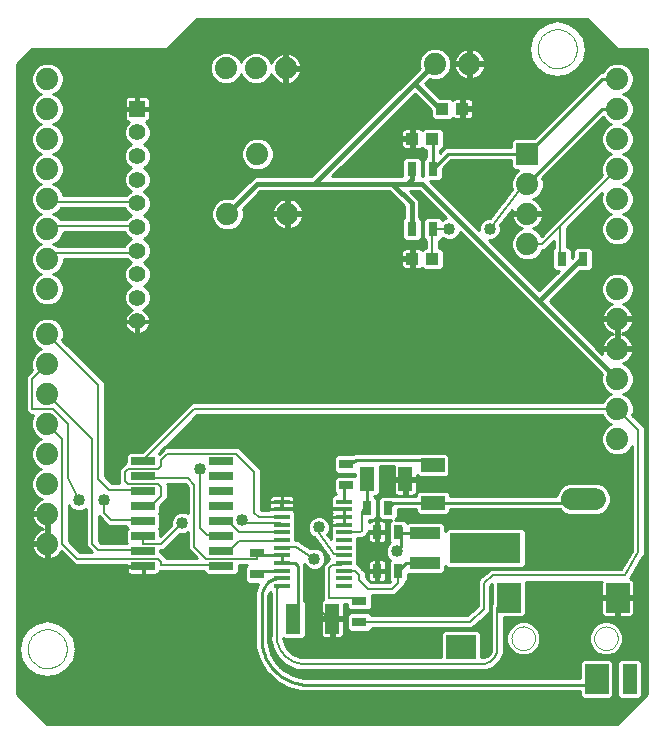
<source format=gtl>
G75*
G70*
%OFA0B0*%
%FSLAX24Y24*%
%IPPOS*%
%LPD*%
%AMOC8*
5,1,8,0,0,1.08239X$1,22.5*
%
%ADD10C,0.0740*%
%ADD11C,0.0000*%
%ADD12R,0.0800X0.0260*%
%ADD13R,0.0550X0.0137*%
%ADD14R,0.0472X0.0315*%
%ADD15R,0.0984X0.0394*%
%ADD16R,0.2362X0.0984*%
%ADD17R,0.0315X0.0472*%
%ADD18R,0.0472X0.0787*%
%ADD19R,0.0787X0.0472*%
%ADD20C,0.0740*%
%ADD21R,0.0740X0.0740*%
%ADD22R,0.0472X0.0984*%
%ADD23R,0.0787X0.0984*%
%ADD24R,0.0984X0.0787*%
%ADD25R,0.0555X0.0555*%
%ADD26C,0.0555*%
%ADD27R,0.0433X0.0394*%
%ADD28C,0.0100*%
%ADD29C,0.0400*%
%ADD30C,0.0080*%
%ADD31C,0.0150*%
D10*
X009335Y012259D03*
X009335Y013259D03*
X009335Y014259D03*
X009335Y015259D03*
X009335Y016259D03*
X009335Y017259D03*
X009335Y018259D03*
X009335Y019259D03*
X009335Y020759D03*
X009335Y021759D03*
X009335Y022759D03*
X009335Y023759D03*
X009335Y024759D03*
X009335Y025759D03*
X009335Y026759D03*
X009335Y027759D03*
X015285Y028109D03*
X016285Y028109D03*
X017285Y028109D03*
X016335Y025259D03*
X015335Y023259D03*
X017335Y023259D03*
X022265Y028259D03*
X023405Y028259D03*
X028335Y027759D03*
X028335Y026759D03*
X028335Y025759D03*
X028335Y024759D03*
X028335Y023759D03*
X028335Y022759D03*
X028335Y020759D03*
X028335Y019759D03*
X028335Y018759D03*
X028335Y017759D03*
X028335Y016759D03*
X028335Y015759D03*
X025335Y022259D03*
X025335Y023259D03*
X025335Y024259D03*
D11*
X025685Y028759D02*
X025687Y028809D01*
X025693Y028859D01*
X025703Y028909D01*
X025716Y028957D01*
X025733Y029005D01*
X025754Y029051D01*
X025778Y029095D01*
X025806Y029137D01*
X025837Y029177D01*
X025871Y029214D01*
X025908Y029249D01*
X025947Y029280D01*
X025988Y029309D01*
X026032Y029334D01*
X026078Y029356D01*
X026125Y029374D01*
X026173Y029388D01*
X026222Y029399D01*
X026272Y029406D01*
X026322Y029409D01*
X026373Y029408D01*
X026423Y029403D01*
X026473Y029394D01*
X026521Y029382D01*
X026569Y029365D01*
X026615Y029345D01*
X026660Y029322D01*
X026703Y029295D01*
X026743Y029265D01*
X026781Y029232D01*
X026816Y029196D01*
X026849Y029157D01*
X026878Y029116D01*
X026904Y029073D01*
X026927Y029028D01*
X026946Y028981D01*
X026961Y028933D01*
X026973Y028884D01*
X026981Y028834D01*
X026985Y028784D01*
X026985Y028734D01*
X026981Y028684D01*
X026973Y028634D01*
X026961Y028585D01*
X026946Y028537D01*
X026927Y028490D01*
X026904Y028445D01*
X026878Y028402D01*
X026849Y028361D01*
X026816Y028322D01*
X026781Y028286D01*
X026743Y028253D01*
X026703Y028223D01*
X026660Y028196D01*
X026615Y028173D01*
X026569Y028153D01*
X026521Y028136D01*
X026473Y028124D01*
X026423Y028115D01*
X026373Y028110D01*
X026322Y028109D01*
X026272Y028112D01*
X026222Y028119D01*
X026173Y028130D01*
X026125Y028144D01*
X026078Y028162D01*
X026032Y028184D01*
X025988Y028209D01*
X025947Y028238D01*
X025908Y028269D01*
X025871Y028304D01*
X025837Y028341D01*
X025806Y028381D01*
X025778Y028423D01*
X025754Y028467D01*
X025733Y028513D01*
X025716Y028561D01*
X025703Y028609D01*
X025693Y028659D01*
X025687Y028709D01*
X025685Y028759D01*
X024807Y009109D02*
X024809Y009148D01*
X024815Y009187D01*
X024825Y009225D01*
X024838Y009262D01*
X024855Y009297D01*
X024875Y009331D01*
X024899Y009362D01*
X024926Y009391D01*
X024955Y009417D01*
X024987Y009440D01*
X025021Y009460D01*
X025057Y009476D01*
X025094Y009488D01*
X025133Y009497D01*
X025172Y009502D01*
X025211Y009503D01*
X025250Y009500D01*
X025289Y009493D01*
X025326Y009482D01*
X025363Y009468D01*
X025398Y009450D01*
X025431Y009429D01*
X025462Y009404D01*
X025490Y009377D01*
X025515Y009347D01*
X025537Y009314D01*
X025556Y009280D01*
X025571Y009244D01*
X025583Y009206D01*
X025591Y009168D01*
X025595Y009129D01*
X025595Y009089D01*
X025591Y009050D01*
X025583Y009012D01*
X025571Y008974D01*
X025556Y008938D01*
X025537Y008904D01*
X025515Y008871D01*
X025490Y008841D01*
X025462Y008814D01*
X025431Y008789D01*
X025398Y008768D01*
X025363Y008750D01*
X025326Y008736D01*
X025289Y008725D01*
X025250Y008718D01*
X025211Y008715D01*
X025172Y008716D01*
X025133Y008721D01*
X025094Y008730D01*
X025057Y008742D01*
X025021Y008758D01*
X024987Y008778D01*
X024955Y008801D01*
X024926Y008827D01*
X024899Y008856D01*
X024875Y008887D01*
X024855Y008921D01*
X024838Y008956D01*
X024825Y008993D01*
X024815Y009031D01*
X024809Y009070D01*
X024807Y009109D01*
X027563Y009109D02*
X027565Y009148D01*
X027571Y009187D01*
X027581Y009225D01*
X027594Y009262D01*
X027611Y009297D01*
X027631Y009331D01*
X027655Y009362D01*
X027682Y009391D01*
X027711Y009417D01*
X027743Y009440D01*
X027777Y009460D01*
X027813Y009476D01*
X027850Y009488D01*
X027889Y009497D01*
X027928Y009502D01*
X027967Y009503D01*
X028006Y009500D01*
X028045Y009493D01*
X028082Y009482D01*
X028119Y009468D01*
X028154Y009450D01*
X028187Y009429D01*
X028218Y009404D01*
X028246Y009377D01*
X028271Y009347D01*
X028293Y009314D01*
X028312Y009280D01*
X028327Y009244D01*
X028339Y009206D01*
X028347Y009168D01*
X028351Y009129D01*
X028351Y009089D01*
X028347Y009050D01*
X028339Y009012D01*
X028327Y008974D01*
X028312Y008938D01*
X028293Y008904D01*
X028271Y008871D01*
X028246Y008841D01*
X028218Y008814D01*
X028187Y008789D01*
X028154Y008768D01*
X028119Y008750D01*
X028082Y008736D01*
X028045Y008725D01*
X028006Y008718D01*
X027967Y008715D01*
X027928Y008716D01*
X027889Y008721D01*
X027850Y008730D01*
X027813Y008742D01*
X027777Y008758D01*
X027743Y008778D01*
X027711Y008801D01*
X027682Y008827D01*
X027655Y008856D01*
X027631Y008887D01*
X027611Y008921D01*
X027594Y008956D01*
X027581Y008993D01*
X027571Y009031D01*
X027565Y009070D01*
X027563Y009109D01*
X008685Y008759D02*
X008687Y008809D01*
X008693Y008859D01*
X008703Y008909D01*
X008716Y008957D01*
X008733Y009005D01*
X008754Y009051D01*
X008778Y009095D01*
X008806Y009137D01*
X008837Y009177D01*
X008871Y009214D01*
X008908Y009249D01*
X008947Y009280D01*
X008988Y009309D01*
X009032Y009334D01*
X009078Y009356D01*
X009125Y009374D01*
X009173Y009388D01*
X009222Y009399D01*
X009272Y009406D01*
X009322Y009409D01*
X009373Y009408D01*
X009423Y009403D01*
X009473Y009394D01*
X009521Y009382D01*
X009569Y009365D01*
X009615Y009345D01*
X009660Y009322D01*
X009703Y009295D01*
X009743Y009265D01*
X009781Y009232D01*
X009816Y009196D01*
X009849Y009157D01*
X009878Y009116D01*
X009904Y009073D01*
X009927Y009028D01*
X009946Y008981D01*
X009961Y008933D01*
X009973Y008884D01*
X009981Y008834D01*
X009985Y008784D01*
X009985Y008734D01*
X009981Y008684D01*
X009973Y008634D01*
X009961Y008585D01*
X009946Y008537D01*
X009927Y008490D01*
X009904Y008445D01*
X009878Y008402D01*
X009849Y008361D01*
X009816Y008322D01*
X009781Y008286D01*
X009743Y008253D01*
X009703Y008223D01*
X009660Y008196D01*
X009615Y008173D01*
X009569Y008153D01*
X009521Y008136D01*
X009473Y008124D01*
X009423Y008115D01*
X009373Y008110D01*
X009322Y008109D01*
X009272Y008112D01*
X009222Y008119D01*
X009173Y008130D01*
X009125Y008144D01*
X009078Y008162D01*
X009032Y008184D01*
X008988Y008209D01*
X008947Y008238D01*
X008908Y008269D01*
X008871Y008304D01*
X008837Y008341D01*
X008806Y008381D01*
X008778Y008423D01*
X008754Y008467D01*
X008733Y008513D01*
X008716Y008561D01*
X008703Y008609D01*
X008693Y008659D01*
X008687Y008709D01*
X008685Y008759D01*
D12*
X012530Y011509D03*
X012530Y012009D03*
X012530Y012509D03*
X012530Y013009D03*
X012530Y013509D03*
X012530Y014009D03*
X012530Y014509D03*
X012530Y015009D03*
X015140Y015009D03*
X015140Y014509D03*
X015140Y014009D03*
X015140Y013509D03*
X015140Y013009D03*
X015140Y012509D03*
X015140Y012009D03*
X015140Y011509D03*
D13*
X017142Y011619D03*
X017142Y011363D03*
X017142Y011107D03*
X017142Y010851D03*
X017142Y011875D03*
X017142Y012131D03*
X017142Y012387D03*
X017142Y012643D03*
X017142Y012899D03*
X017142Y013155D03*
X017142Y013410D03*
X017142Y013666D03*
X019228Y013666D03*
X019228Y013410D03*
X019228Y013155D03*
X019228Y012899D03*
X019228Y012643D03*
X019228Y012387D03*
X019228Y012131D03*
X019228Y011875D03*
X019228Y011619D03*
X019228Y011363D03*
X019228Y011107D03*
X019228Y010851D03*
D14*
X019735Y010363D03*
X019735Y009655D03*
X016335Y011255D03*
X016335Y011963D03*
X019285Y014205D03*
X019285Y014913D03*
D15*
X021935Y012609D03*
X021935Y011609D03*
D16*
X023935Y012109D03*
D17*
X021039Y012659D03*
X020331Y012659D03*
X019981Y013459D03*
X020689Y013459D03*
X021039Y011359D03*
X020331Y011359D03*
X026481Y021759D03*
X027189Y021759D03*
X022189Y022759D03*
X021481Y022759D03*
X021481Y024759D03*
X022189Y024759D03*
D18*
X021265Y014409D03*
X020005Y014409D03*
D19*
X022185Y014889D03*
X022185Y013629D03*
D20*
X026835Y013759D02*
X027575Y013759D01*
D21*
X025335Y025259D03*
D22*
X018835Y009759D03*
X017536Y009759D03*
X028745Y007751D03*
D23*
X027642Y007751D03*
X028351Y010467D03*
X024729Y010467D03*
D24*
X023134Y008814D03*
D25*
X012335Y026759D03*
D26*
X012335Y025971D03*
X012335Y025184D03*
X012335Y024397D03*
X012335Y023609D03*
X012335Y022822D03*
X012335Y022034D03*
X012335Y021247D03*
X012335Y020460D03*
X012335Y019672D03*
D27*
X021500Y021759D03*
X022170Y021759D03*
X022170Y025759D03*
X021500Y025759D03*
X022500Y026759D03*
X023170Y026759D03*
D28*
X008335Y007259D02*
X009335Y006259D01*
X028335Y006259D01*
X009335Y006259D01*
X009237Y006357D02*
X028434Y006357D01*
X028335Y006259D02*
X029335Y007259D01*
X029335Y028759D01*
X028335Y028759D01*
X027335Y029759D01*
X014335Y029759D01*
X013335Y028759D01*
X008835Y028759D01*
X008335Y028259D01*
X008335Y007259D01*
X008350Y007244D02*
X027079Y007244D01*
X027079Y007188D02*
X027178Y007089D01*
X028106Y007089D01*
X028206Y007188D01*
X028206Y008313D01*
X028106Y008413D01*
X027178Y008413D01*
X027079Y008313D01*
X027079Y007779D01*
X018019Y007779D01*
X017848Y007790D01*
X017518Y007879D01*
X017221Y008050D01*
X017092Y008163D01*
X017065Y008190D01*
X017046Y008209D01*
X016945Y008324D01*
X016794Y008587D01*
X016715Y008880D01*
X016705Y009032D01*
X016705Y010415D01*
X016705Y010506D01*
X016713Y010582D01*
X016746Y010663D01*
X016775Y010634D01*
X016775Y009267D01*
X016761Y009096D01*
X016845Y008746D01*
X016845Y008745D01*
X017032Y008438D01*
X017032Y008438D01*
X017306Y008203D01*
X017638Y008064D01*
X017639Y008064D01*
X017741Y008056D01*
X017748Y008049D01*
X017827Y008049D01*
X017905Y008043D01*
X017912Y008049D01*
X023748Y008049D01*
X023772Y008049D01*
X023922Y008049D01*
X023976Y008049D01*
X023976Y008049D01*
X024237Y008157D01*
X024237Y008157D01*
X024437Y008357D01*
X024545Y008618D01*
X024545Y008672D01*
X024545Y009805D01*
X025193Y009805D01*
X025292Y009905D01*
X027824Y009905D01*
X027817Y009917D02*
X027837Y009883D01*
X027865Y009855D01*
X027899Y009835D01*
X027937Y009825D01*
X028301Y009825D01*
X028301Y010417D01*
X028401Y010417D01*
X028401Y010517D01*
X028895Y010517D01*
X028895Y010979D01*
X028884Y011017D01*
X028865Y011051D01*
X028837Y011079D01*
X028802Y011099D01*
X028770Y011108D01*
X028784Y011122D01*
X028784Y011150D01*
X029202Y011839D01*
X029245Y011883D01*
X029245Y011911D01*
X029260Y011935D01*
X029245Y011995D01*
X029245Y015972D01*
X029245Y016146D01*
X028835Y016556D01*
X028875Y016651D01*
X028875Y016866D01*
X028793Y017065D01*
X028641Y017217D01*
X028539Y017259D01*
X028641Y017301D01*
X028793Y017453D01*
X028875Y017651D01*
X028875Y017866D01*
X028793Y018065D01*
X028641Y018217D01*
X028513Y018270D01*
X028535Y018277D01*
X028608Y018314D01*
X028674Y018362D01*
X028732Y018420D01*
X028780Y018486D01*
X028817Y018559D01*
X028842Y018637D01*
X028854Y018709D01*
X028385Y018709D01*
X028385Y018809D01*
X028285Y018809D01*
X028285Y019240D01*
X028285Y019709D01*
X027817Y019709D01*
X027828Y019637D01*
X027853Y019559D01*
X027890Y019486D01*
X027938Y019420D01*
X027996Y019362D01*
X028063Y019314D01*
X028135Y019277D01*
X028191Y019259D01*
X028135Y019241D01*
X028063Y019204D01*
X027996Y019156D01*
X027938Y019098D01*
X027890Y019031D01*
X027853Y018959D01*
X027828Y018881D01*
X027817Y018809D01*
X028285Y018809D01*
X028285Y018709D01*
X027817Y018709D01*
X027828Y018637D01*
X027840Y018601D01*
X026082Y020359D01*
X027075Y021353D01*
X027417Y021353D01*
X027517Y021452D01*
X027517Y022066D01*
X027417Y022165D01*
X026962Y022165D01*
X026862Y022066D01*
X026862Y021832D01*
X026808Y021778D01*
X026808Y022066D01*
X026709Y022165D01*
X026645Y022165D01*
X026645Y022772D01*
X027835Y023961D01*
X027795Y023866D01*
X027795Y023651D01*
X027877Y023453D01*
X028029Y023301D01*
X028131Y023259D01*
X028029Y023217D01*
X027877Y023065D01*
X027795Y022866D01*
X027795Y022651D01*
X027877Y022453D01*
X028029Y022301D01*
X028228Y022219D01*
X028443Y022219D01*
X028641Y022301D01*
X028793Y022453D01*
X028875Y022651D01*
X028875Y022866D01*
X028793Y023065D01*
X028641Y023217D01*
X028539Y023259D01*
X028641Y023301D01*
X028793Y023453D01*
X028875Y023651D01*
X028875Y023866D01*
X028793Y024065D01*
X028641Y024217D01*
X028539Y024259D01*
X028641Y024301D01*
X028793Y024453D01*
X028875Y024651D01*
X028875Y024866D01*
X028793Y025065D01*
X028641Y025217D01*
X028539Y025259D01*
X028641Y025301D01*
X028793Y025453D01*
X028875Y025651D01*
X028875Y025866D01*
X028793Y026065D01*
X028641Y026217D01*
X028539Y026259D01*
X028641Y026301D01*
X028793Y026453D01*
X028875Y026651D01*
X028875Y026866D01*
X028793Y027065D01*
X028641Y027217D01*
X028539Y027259D01*
X028641Y027301D01*
X028793Y027453D01*
X028875Y027651D01*
X028875Y027866D01*
X028793Y028065D01*
X028641Y028217D01*
X028443Y028299D01*
X028228Y028299D01*
X028029Y028217D01*
X027877Y028065D01*
X027842Y027979D01*
X027744Y027979D01*
X025564Y025799D01*
X024895Y025799D01*
X024795Y025699D01*
X024795Y025479D01*
X022781Y025479D01*
X022598Y025479D01*
X022409Y025290D01*
X022409Y025392D01*
X022457Y025392D01*
X022556Y025492D01*
X022556Y026026D01*
X022457Y026126D01*
X021883Y026126D01*
X021821Y026064D01*
X021809Y026076D01*
X021775Y026095D01*
X021737Y026106D01*
X021549Y026106D01*
X021549Y025808D01*
X021452Y025808D01*
X021452Y026106D01*
X021264Y026106D01*
X021226Y026095D01*
X021192Y026076D01*
X021164Y026048D01*
X021144Y026014D01*
X021134Y025975D01*
X021134Y025807D01*
X021452Y025807D01*
X021452Y025710D01*
X021549Y025710D01*
X021549Y025412D01*
X021737Y025412D01*
X021775Y025422D01*
X021809Y025442D01*
X021821Y025454D01*
X021883Y025392D01*
X021969Y025392D01*
X021969Y025165D01*
X021962Y025165D01*
X021862Y025066D01*
X021862Y024504D01*
X021808Y024504D01*
X021808Y025066D01*
X021709Y025165D01*
X021253Y025165D01*
X021153Y025066D01*
X021153Y024504D01*
X020884Y024504D01*
X020786Y024504D01*
X018826Y024504D01*
X021585Y027262D01*
X022114Y026734D01*
X022114Y026492D01*
X022214Y026392D01*
X022787Y026392D01*
X022849Y026454D01*
X022861Y026442D01*
X022895Y026422D01*
X022933Y026412D01*
X023121Y026412D01*
X023121Y026710D01*
X023218Y026710D01*
X023218Y026412D01*
X023406Y026412D01*
X023444Y026422D01*
X023478Y026442D01*
X023506Y026470D01*
X023526Y026504D01*
X023536Y026542D01*
X023536Y026710D01*
X023218Y026710D01*
X023218Y026807D01*
X023536Y026807D01*
X023536Y026975D01*
X023526Y027014D01*
X023506Y027048D01*
X023478Y027076D01*
X023444Y027095D01*
X023406Y027106D01*
X023218Y027106D01*
X023218Y026808D01*
X023121Y026808D01*
X023121Y027106D01*
X022933Y027106D01*
X022895Y027095D01*
X022861Y027076D01*
X022849Y027064D01*
X022787Y027126D01*
X022415Y027126D01*
X021932Y027609D01*
X022076Y027753D01*
X022158Y027719D01*
X022373Y027719D01*
X022571Y027801D01*
X022723Y027953D01*
X022805Y028151D01*
X022805Y028366D01*
X022723Y028565D01*
X022571Y028717D01*
X022373Y028799D01*
X022158Y028799D01*
X021959Y028717D01*
X021807Y028565D01*
X021725Y028366D01*
X021725Y028151D01*
X021742Y028112D01*
X021427Y027798D01*
X018134Y024504D01*
X016286Y024504D01*
X016196Y024467D01*
X016127Y024398D01*
X016127Y024398D01*
X015503Y023774D01*
X015443Y023799D01*
X015228Y023799D01*
X015029Y023717D01*
X014877Y023565D01*
X014795Y023366D01*
X014795Y023151D01*
X014877Y022953D01*
X015029Y022801D01*
X015228Y022719D01*
X015443Y022719D01*
X015641Y022801D01*
X015793Y022953D01*
X015875Y023151D01*
X015875Y023366D01*
X015850Y023427D01*
X016437Y024014D01*
X018284Y024014D01*
X020734Y024014D01*
X021236Y023512D01*
X021236Y023148D01*
X021153Y023066D01*
X021153Y022452D01*
X021253Y022353D01*
X021709Y022353D01*
X021808Y022452D01*
X021808Y023066D01*
X021726Y023148D01*
X021726Y023564D01*
X021726Y023662D01*
X021688Y023752D01*
X021426Y024014D01*
X021734Y024014D01*
X022631Y023116D01*
X022526Y023073D01*
X022517Y023064D01*
X022517Y023066D01*
X022417Y023165D01*
X021962Y023165D01*
X021862Y023066D01*
X021862Y022452D01*
X021960Y022354D01*
X021960Y022126D01*
X021883Y022126D01*
X021821Y022064D01*
X021809Y022076D01*
X021775Y022095D01*
X021737Y022106D01*
X021549Y022106D01*
X021549Y021808D01*
X021452Y021808D01*
X021452Y022106D01*
X021264Y022106D01*
X021226Y022095D01*
X021192Y022076D01*
X021164Y022048D01*
X021144Y022014D01*
X021134Y021975D01*
X021134Y021807D01*
X021452Y021807D01*
X021452Y021710D01*
X021549Y021710D01*
X021549Y021412D01*
X021737Y021412D01*
X021775Y021422D01*
X021809Y021442D01*
X021821Y021454D01*
X021883Y021392D01*
X022457Y021392D01*
X022556Y021492D01*
X022556Y022026D01*
X023722Y022026D01*
X023820Y021927D02*
X022556Y021927D01*
X022556Y021829D02*
X023919Y021829D01*
X024017Y021730D02*
X022556Y021730D01*
X022556Y021632D02*
X024116Y021632D01*
X024214Y021533D02*
X022556Y021533D01*
X022499Y021435D02*
X024313Y021435D01*
X024412Y021336D02*
X012783Y021336D01*
X012714Y021501D01*
X012589Y021626D01*
X012554Y021641D01*
X012589Y021655D01*
X012714Y021781D01*
X012783Y021945D01*
X012783Y022124D01*
X012714Y022288D01*
X012589Y022414D01*
X012554Y022428D01*
X012589Y022443D01*
X012714Y022568D01*
X012783Y022733D01*
X012783Y022911D01*
X012714Y023075D01*
X012589Y023201D01*
X012554Y023216D01*
X012589Y023230D01*
X012714Y023356D01*
X012783Y023520D01*
X012783Y023698D01*
X012714Y023863D01*
X012589Y023989D01*
X012554Y024003D01*
X012589Y024017D01*
X012714Y024143D01*
X012783Y024308D01*
X012783Y024486D01*
X012714Y024650D01*
X012589Y024776D01*
X012554Y024790D01*
X012589Y024805D01*
X012714Y024931D01*
X012783Y025095D01*
X012783Y025273D01*
X012714Y025438D01*
X012589Y025563D01*
X012554Y025578D01*
X012589Y025592D01*
X012714Y025718D01*
X012783Y025882D01*
X012783Y026061D01*
X012714Y026225D01*
X012608Y026331D01*
X012632Y026331D01*
X012670Y026342D01*
X012705Y026361D01*
X012733Y026389D01*
X012752Y026424D01*
X012763Y026462D01*
X012763Y026730D01*
X012364Y026730D01*
X012364Y026788D01*
X012306Y026788D01*
X012306Y027186D01*
X012038Y027186D01*
X012000Y027176D01*
X011966Y027156D01*
X011938Y027128D01*
X011918Y027094D01*
X011908Y027056D01*
X011908Y026788D01*
X012306Y026788D01*
X012306Y026730D01*
X011908Y026730D01*
X011908Y026462D01*
X011918Y026424D01*
X011938Y026389D01*
X011966Y026361D01*
X012000Y026342D01*
X012038Y026331D01*
X012062Y026331D01*
X011956Y026225D01*
X011888Y026061D01*
X011888Y025882D01*
X011956Y025718D01*
X012082Y025592D01*
X012116Y025578D01*
X012082Y025563D01*
X011956Y025438D01*
X011888Y025273D01*
X011888Y025095D01*
X011956Y024931D01*
X012082Y024805D01*
X012116Y024790D01*
X012082Y024776D01*
X011956Y024650D01*
X011888Y024486D01*
X011888Y024308D01*
X011956Y024143D01*
X012082Y024017D01*
X012116Y024003D01*
X012082Y023989D01*
X011962Y023869D01*
X009874Y023869D01*
X009793Y024065D01*
X009641Y024217D01*
X009539Y024259D01*
X009641Y024301D01*
X009793Y024453D01*
X009875Y024651D01*
X009875Y024866D01*
X009793Y025065D01*
X009641Y025217D01*
X009539Y025259D01*
X009641Y025301D01*
X009793Y025453D01*
X009875Y025651D01*
X009875Y025866D01*
X009793Y026065D01*
X009641Y026217D01*
X009539Y026259D01*
X009641Y026301D01*
X009793Y026453D01*
X009875Y026651D01*
X009875Y026866D01*
X009793Y027065D01*
X009641Y027217D01*
X009539Y027259D01*
X009641Y027301D01*
X009793Y027453D01*
X009875Y027651D01*
X009875Y027866D01*
X009793Y028065D01*
X009641Y028217D01*
X009443Y028299D01*
X009228Y028299D01*
X009029Y028217D01*
X008877Y028065D01*
X008795Y027866D01*
X008795Y027651D01*
X008877Y027453D01*
X009029Y027301D01*
X009131Y027259D01*
X009029Y027217D01*
X008877Y027065D01*
X008795Y026866D01*
X008795Y026651D01*
X008877Y026453D01*
X009029Y026301D01*
X009131Y026259D01*
X009029Y026217D01*
X008877Y026065D01*
X008795Y025866D01*
X008795Y025651D01*
X008877Y025453D01*
X009029Y025301D01*
X009131Y025259D01*
X009029Y025217D01*
X008877Y025065D01*
X008795Y024866D01*
X008795Y024651D01*
X008877Y024453D01*
X009029Y024301D01*
X009131Y024259D01*
X009029Y024217D01*
X008877Y024065D01*
X008795Y023866D01*
X008795Y023651D01*
X008877Y023453D01*
X009029Y023301D01*
X009131Y023259D01*
X009029Y023217D01*
X008877Y023065D01*
X008795Y022866D01*
X008795Y022651D01*
X008877Y022453D01*
X009029Y022301D01*
X009131Y022259D01*
X009029Y022217D01*
X008877Y022065D01*
X008795Y021866D01*
X008795Y021651D01*
X008877Y021453D01*
X009029Y021301D01*
X009131Y021259D01*
X009029Y021217D01*
X008877Y021065D01*
X008795Y020866D01*
X008795Y020651D01*
X008877Y020453D01*
X009029Y020301D01*
X009228Y020219D01*
X009443Y020219D01*
X009641Y020301D01*
X009793Y020453D01*
X009875Y020651D01*
X009875Y020866D01*
X009793Y021065D01*
X009641Y021217D01*
X009539Y021259D01*
X009641Y021301D01*
X009793Y021453D01*
X009875Y021651D01*
X009875Y021749D01*
X011988Y021749D01*
X012082Y021655D01*
X012116Y021641D01*
X012082Y021626D01*
X011956Y021501D01*
X011888Y021336D01*
X009676Y021336D01*
X009591Y021237D02*
X011888Y021237D01*
X011888Y021158D02*
X011956Y020994D01*
X012082Y020868D01*
X012116Y020853D01*
X012082Y020839D01*
X011956Y020713D01*
X011888Y020549D01*
X011888Y020371D01*
X011956Y020206D01*
X012082Y020080D01*
X012144Y020055D01*
X012111Y020038D01*
X012057Y019998D01*
X012009Y019951D01*
X011969Y019896D01*
X011939Y019836D01*
X011918Y019772D01*
X011908Y019706D01*
X011908Y019701D01*
X012306Y019701D01*
X012306Y019643D01*
X012364Y019643D01*
X012364Y019245D01*
X012369Y019245D01*
X012435Y019255D01*
X012499Y019276D01*
X012559Y019307D01*
X012614Y019346D01*
X012661Y019394D01*
X012701Y019448D01*
X012731Y019508D01*
X012752Y019572D01*
X012763Y019639D01*
X012763Y019643D01*
X012364Y019643D01*
X012364Y019701D01*
X012763Y019701D01*
X012763Y019706D01*
X012752Y019772D01*
X012731Y019836D01*
X012701Y019896D01*
X012661Y019951D01*
X012614Y019998D01*
X012559Y020038D01*
X012526Y020055D01*
X012589Y020080D01*
X012714Y020206D01*
X012783Y020371D01*
X012783Y020549D01*
X012714Y020713D01*
X012589Y020839D01*
X012554Y020853D01*
X012589Y020868D01*
X012714Y020994D01*
X012783Y021158D01*
X012783Y021336D01*
X012783Y021237D02*
X024510Y021237D01*
X024609Y021139D02*
X012775Y021139D01*
X012734Y021040D02*
X024707Y021040D01*
X024806Y020942D02*
X012663Y020942D01*
X012578Y020843D02*
X024904Y020843D01*
X025003Y020745D02*
X012683Y020745D01*
X012742Y020646D02*
X025101Y020646D01*
X025200Y020548D02*
X012783Y020548D01*
X012783Y020449D02*
X025298Y020449D01*
X025397Y020351D02*
X012774Y020351D01*
X012733Y020252D02*
X025496Y020252D01*
X025527Y020220D02*
X025527Y020220D01*
X025596Y020151D01*
X025596Y020151D01*
X027820Y017927D01*
X027795Y017866D01*
X027795Y017651D01*
X027877Y017453D01*
X028029Y017301D01*
X028131Y017259D01*
X028029Y017217D01*
X027877Y017065D01*
X027838Y016969D01*
X014148Y016969D01*
X014025Y016846D01*
X012488Y015309D01*
X012060Y015309D01*
X011960Y015209D01*
X011960Y014969D01*
X011948Y014969D01*
X011825Y014846D01*
X011725Y014746D01*
X011725Y014572D01*
X011725Y014446D01*
X011725Y014272D01*
X011728Y014269D01*
X011483Y014269D01*
X011245Y014506D01*
X011245Y017472D01*
X011245Y017646D01*
X009835Y019056D01*
X009875Y019151D01*
X009875Y019366D01*
X009793Y019565D01*
X009641Y019717D01*
X009443Y019799D01*
X009228Y019799D01*
X009029Y019717D01*
X008877Y019565D01*
X008795Y019366D01*
X008795Y019151D01*
X008877Y018953D01*
X009029Y018801D01*
X009131Y018759D01*
X009029Y018717D01*
X008877Y018565D01*
X008795Y018366D01*
X008795Y018151D01*
X008835Y018056D01*
X008625Y017846D01*
X008625Y017672D01*
X008625Y016672D01*
X008748Y016549D01*
X008871Y016549D01*
X008795Y016366D01*
X008795Y016151D01*
X008877Y015953D01*
X009029Y015801D01*
X009131Y015759D01*
X009029Y015717D01*
X008877Y015565D01*
X008795Y015366D01*
X008795Y015151D01*
X008877Y014953D01*
X009029Y014801D01*
X009131Y014759D01*
X009029Y014717D01*
X008877Y014565D01*
X008795Y014366D01*
X008795Y014151D01*
X008877Y013953D01*
X009029Y013801D01*
X009158Y013748D01*
X009135Y013741D01*
X009063Y013704D01*
X008996Y013656D01*
X008938Y013598D01*
X008890Y013531D01*
X008853Y013459D01*
X008828Y013381D01*
X008817Y013309D01*
X009285Y013309D01*
X009285Y013209D01*
X008817Y013209D01*
X008828Y013137D01*
X008853Y013059D01*
X008890Y012986D01*
X008938Y012920D01*
X008996Y012862D01*
X009063Y012814D01*
X009135Y012777D01*
X009191Y012759D01*
X009135Y012741D01*
X009063Y012704D01*
X008996Y012656D01*
X008938Y012598D01*
X008890Y012531D01*
X008853Y012459D01*
X008828Y012381D01*
X008817Y012309D01*
X009285Y012309D01*
X009285Y012777D01*
X009285Y013209D01*
X009385Y013209D01*
X009385Y012740D01*
X009385Y012309D01*
X009285Y012309D01*
X009285Y012209D01*
X008817Y012209D01*
X008828Y012137D01*
X008853Y012059D01*
X008890Y011986D01*
X008938Y011920D01*
X008996Y011862D01*
X009063Y011814D01*
X009135Y011777D01*
X008335Y011777D01*
X008335Y011679D02*
X010118Y011679D01*
X010020Y011777D02*
X009535Y011777D01*
X009608Y011814D01*
X009674Y011862D01*
X009732Y011920D01*
X009780Y011986D01*
X009790Y012007D01*
X010248Y011549D01*
X010422Y011549D01*
X011980Y011549D01*
X011980Y011524D01*
X012515Y011524D01*
X012515Y011494D01*
X011980Y011494D01*
X011980Y011359D01*
X011990Y011321D01*
X012010Y011287D01*
X012038Y011259D01*
X012072Y011239D01*
X012110Y011229D01*
X012515Y011229D01*
X012515Y011494D01*
X012545Y011494D01*
X012545Y011229D01*
X012950Y011229D01*
X012988Y011239D01*
X013022Y011259D01*
X013050Y011287D01*
X013070Y011321D01*
X013077Y011349D01*
X013222Y011349D01*
X014570Y011349D01*
X014570Y011308D01*
X014670Y011209D01*
X015611Y011209D01*
X015710Y011308D01*
X015710Y011549D01*
X015995Y011549D01*
X015929Y011482D01*
X015710Y011482D01*
X015710Y011383D02*
X015929Y011383D01*
X015929Y011285D02*
X015686Y011285D01*
X015929Y011186D02*
X008335Y011186D01*
X008335Y011088D02*
X015929Y011088D01*
X015929Y011027D02*
X016028Y010927D01*
X016371Y010927D01*
X016265Y010671D01*
X016265Y010597D01*
X016265Y010506D01*
X016265Y010415D01*
X016265Y008941D01*
X016265Y008821D01*
X010268Y008821D01*
X010280Y008759D02*
X010208Y009120D01*
X010208Y009121D01*
X010003Y009427D01*
X009697Y009632D01*
X009697Y009632D01*
X009335Y009704D01*
X008974Y009632D01*
X008973Y009632D01*
X008667Y009427D01*
X008667Y009427D01*
X008462Y009121D01*
X008462Y009120D01*
X008390Y008759D01*
X008390Y008759D01*
X008462Y008397D01*
X008667Y008091D01*
X008667Y008091D01*
X008973Y007886D01*
X008974Y007886D01*
X009335Y007814D01*
X009335Y007814D01*
X009697Y007886D01*
X010003Y008091D01*
X010208Y008397D01*
X010208Y008397D01*
X010280Y008759D01*
X010273Y008722D02*
X016291Y008722D01*
X016318Y008624D02*
X010253Y008624D01*
X010234Y008525D02*
X016344Y008525D01*
X016371Y008427D02*
X010214Y008427D01*
X010162Y008328D02*
X016423Y008328D01*
X016374Y008413D02*
X016585Y008048D01*
X016585Y008048D01*
X016670Y007963D01*
X016670Y007963D01*
X016717Y007916D01*
X016718Y007915D01*
X016846Y007787D01*
X016944Y007689D01*
X016944Y007689D01*
X017343Y007458D01*
X017343Y007458D01*
X017789Y007339D01*
X017928Y007339D01*
X017928Y007339D01*
X027079Y007339D01*
X027079Y007188D01*
X027121Y007146D02*
X008448Y007146D01*
X008547Y007047D02*
X029123Y007047D01*
X029051Y007089D02*
X029151Y007188D01*
X029151Y008313D01*
X029051Y008413D01*
X028438Y008413D01*
X028338Y008313D01*
X028338Y007188D01*
X028438Y007089D01*
X029051Y007089D01*
X029108Y007146D02*
X029222Y007146D01*
X029151Y007244D02*
X029321Y007244D01*
X029335Y007343D02*
X029151Y007343D01*
X029151Y007441D02*
X029335Y007441D01*
X029335Y007540D02*
X029151Y007540D01*
X029151Y007639D02*
X029335Y007639D01*
X029335Y007737D02*
X029151Y007737D01*
X029151Y007836D02*
X029335Y007836D01*
X029335Y007934D02*
X029151Y007934D01*
X029151Y008033D02*
X029335Y008033D01*
X029335Y008131D02*
X029151Y008131D01*
X029151Y008230D02*
X029335Y008230D01*
X029335Y008328D02*
X029136Y008328D01*
X029335Y008427D02*
X024466Y008427D01*
X024437Y008357D02*
X024437Y008357D01*
X024409Y008328D02*
X027094Y008328D01*
X027079Y008230D02*
X024310Y008230D01*
X024175Y008131D02*
X027079Y008131D01*
X027079Y008033D02*
X017251Y008033D01*
X017128Y008131D02*
X017478Y008131D01*
X017306Y008203D02*
X017306Y008203D01*
X017274Y008230D02*
X017028Y008230D01*
X016943Y008328D02*
X017160Y008328D01*
X017045Y008427D02*
X016886Y008427D01*
X016829Y008525D02*
X016979Y008525D01*
X016919Y008624D02*
X016784Y008624D01*
X016757Y008722D02*
X016859Y008722D01*
X016827Y008821D02*
X016731Y008821D01*
X016712Y008920D02*
X016803Y008920D01*
X016780Y009018D02*
X016706Y009018D01*
X016761Y009096D02*
X016761Y009096D01*
X016763Y009117D02*
X016705Y009117D01*
X016705Y009215D02*
X016771Y009215D01*
X016775Y009314D02*
X016705Y009314D01*
X016705Y009412D02*
X016775Y009412D01*
X016775Y009511D02*
X016705Y009511D01*
X016705Y009609D02*
X016775Y009609D01*
X016775Y009708D02*
X016705Y009708D01*
X016705Y009806D02*
X016775Y009806D01*
X016775Y009905D02*
X016705Y009905D01*
X016705Y010004D02*
X016775Y010004D01*
X016775Y010102D02*
X016705Y010102D01*
X016705Y010201D02*
X016775Y010201D01*
X016775Y010299D02*
X016705Y010299D01*
X016705Y010398D02*
X016775Y010398D01*
X016775Y010496D02*
X016705Y010496D01*
X016718Y010595D02*
X016775Y010595D01*
X016732Y011005D02*
X016757Y011028D01*
X016785Y011048D01*
X016814Y011066D01*
X016845Y011081D01*
X016877Y011092D01*
X016910Y011100D01*
X016944Y011105D01*
X016978Y011107D01*
X017142Y011107D01*
X017142Y011363D02*
X016444Y011363D01*
X016335Y011255D01*
X016356Y010890D02*
X008335Y010890D01*
X008335Y010792D02*
X016315Y010792D01*
X016274Y010693D02*
X008335Y010693D01*
X008335Y010595D02*
X016265Y010595D01*
X016265Y010671D02*
X016265Y010671D01*
X016265Y010496D02*
X008335Y010496D01*
X008335Y010398D02*
X016265Y010398D01*
X016265Y010299D02*
X008335Y010299D01*
X008335Y010201D02*
X016265Y010201D01*
X016265Y010102D02*
X008335Y010102D01*
X008335Y010004D02*
X016265Y010004D01*
X016265Y009905D02*
X008335Y009905D01*
X008335Y009806D02*
X016265Y009806D01*
X016265Y009708D02*
X008335Y009708D01*
X008335Y009609D02*
X008940Y009609D01*
X008792Y009511D02*
X008335Y009511D01*
X008335Y009412D02*
X008657Y009412D01*
X008667Y009427D02*
X008667Y009427D01*
X008591Y009314D02*
X008335Y009314D01*
X008335Y009215D02*
X008525Y009215D01*
X008461Y009117D02*
X008335Y009117D01*
X008335Y009018D02*
X008442Y009018D01*
X008422Y008920D02*
X008335Y008920D01*
X008335Y008821D02*
X008402Y008821D01*
X008397Y008722D02*
X008335Y008722D01*
X008335Y008624D02*
X008417Y008624D01*
X008437Y008525D02*
X008335Y008525D01*
X008335Y008427D02*
X008456Y008427D01*
X008462Y008397D02*
X008462Y008397D01*
X008508Y008328D02*
X008335Y008328D01*
X008335Y008230D02*
X008574Y008230D01*
X008640Y008131D02*
X008335Y008131D01*
X008335Y008033D02*
X008754Y008033D01*
X008667Y008091D02*
X008667Y008091D01*
X008901Y007934D02*
X008335Y007934D01*
X008335Y007836D02*
X009226Y007836D01*
X009444Y007836D02*
X016797Y007836D01*
X016846Y007787D02*
X016846Y007787D01*
X016896Y007737D02*
X008335Y007737D01*
X008335Y007639D02*
X017031Y007639D01*
X017202Y007540D02*
X008335Y007540D01*
X008335Y007441D02*
X017406Y007441D01*
X017774Y007343D02*
X008335Y007343D01*
X008645Y006949D02*
X029025Y006949D01*
X028926Y006850D02*
X008744Y006850D01*
X008842Y006752D02*
X028828Y006752D01*
X028729Y006653D02*
X008941Y006653D01*
X009039Y006555D02*
X028631Y006555D01*
X028532Y006456D02*
X009138Y006456D01*
X009697Y007886D02*
X009697Y007886D01*
X009769Y007934D02*
X016699Y007934D01*
X016600Y008033D02*
X009916Y008033D01*
X010003Y008091D02*
X010003Y008091D01*
X010003Y008091D01*
X010030Y008131D02*
X016537Y008131D01*
X016480Y008230D02*
X010096Y008230D01*
X010248Y008920D02*
X016265Y008920D01*
X016265Y009018D02*
X010229Y009018D01*
X010209Y009117D02*
X016265Y009117D01*
X016265Y009215D02*
X010145Y009215D01*
X010079Y009314D02*
X016265Y009314D01*
X016265Y009412D02*
X010013Y009412D01*
X010003Y009427D02*
X010003Y009427D01*
X010003Y009427D01*
X009878Y009511D02*
X016265Y009511D01*
X016265Y009609D02*
X009731Y009609D01*
X009335Y009704D02*
X009335Y009704D01*
X008335Y010989D02*
X015967Y010989D01*
X015929Y011027D02*
X015929Y011482D01*
X016335Y011963D02*
X016423Y011875D01*
X017142Y011875D01*
X017142Y011619D01*
X017575Y011619D01*
X017685Y011509D01*
X017685Y009909D01*
X017536Y009759D01*
X017942Y009806D02*
X018785Y009806D01*
X018785Y009809D02*
X018785Y009709D01*
X018885Y009709D01*
X018885Y009809D01*
X019221Y009809D01*
X019221Y010249D01*
X019329Y010249D01*
X019329Y010135D01*
X019428Y010036D01*
X020042Y010036D01*
X020141Y010135D01*
X020141Y010549D01*
X020748Y010549D01*
X020922Y010549D01*
X021122Y010749D01*
X021245Y010872D01*
X021245Y010953D01*
X021267Y010953D01*
X021367Y011052D01*
X021367Y011248D01*
X021373Y011242D01*
X022498Y011242D01*
X022597Y011342D01*
X022597Y011533D01*
X022684Y011447D01*
X025187Y011447D01*
X025286Y011546D01*
X025286Y012671D01*
X025187Y012771D01*
X022684Y012771D01*
X022597Y012685D01*
X022597Y012876D01*
X022498Y012976D01*
X021373Y012976D01*
X021365Y012968D01*
X021267Y013065D01*
X020930Y013065D01*
X021017Y013152D01*
X021017Y013409D01*
X021621Y013409D01*
X021621Y013322D01*
X021721Y013223D01*
X022649Y013223D01*
X022749Y013322D01*
X022749Y013409D01*
X026421Y013409D01*
X026529Y013301D01*
X026728Y013219D01*
X027683Y013219D01*
X027881Y013301D01*
X028033Y013453D01*
X028115Y013651D01*
X028115Y013866D01*
X028033Y014065D01*
X027881Y014217D01*
X027683Y014299D01*
X026728Y014299D01*
X026529Y014217D01*
X026377Y014065D01*
X026295Y013866D01*
X026295Y013849D01*
X022749Y013849D01*
X022749Y013936D01*
X022649Y014035D01*
X021721Y014035D01*
X021638Y013952D01*
X021641Y013957D01*
X021651Y013995D01*
X021651Y014359D01*
X021315Y014359D01*
X021315Y014459D01*
X021651Y014459D01*
X021651Y014552D01*
X021721Y014483D01*
X022649Y014483D01*
X022749Y014582D01*
X022749Y015195D01*
X022649Y015295D01*
X021721Y015295D01*
X021705Y015279D01*
X019838Y015279D01*
X019747Y015279D01*
X019717Y015279D01*
X019656Y015279D01*
X019625Y015279D01*
X019533Y015241D01*
X018978Y015241D01*
X018879Y015141D01*
X018879Y014685D01*
X018978Y014586D01*
X019592Y014586D01*
X019599Y014593D01*
X019599Y014525D01*
X019592Y014532D01*
X018978Y014532D01*
X018879Y014432D01*
X018879Y013977D01*
X018951Y013905D01*
X018883Y013905D01*
X018783Y013805D01*
X018783Y013527D01*
X018805Y013506D01*
X018803Y013499D01*
X018803Y013411D01*
X019228Y013411D01*
X019228Y013410D01*
X019229Y013410D01*
X019229Y013373D01*
X019229Y013155D01*
X019228Y013155D01*
X019228Y013373D01*
X019228Y013410D01*
X018803Y013410D01*
X018803Y013322D01*
X018814Y013284D01*
X018815Y013283D01*
X018814Y013281D01*
X018803Y013243D01*
X018803Y013155D01*
X019228Y013155D01*
X019228Y013154D01*
X019229Y013154D01*
X019229Y012936D01*
X019229Y012899D01*
X019228Y012899D01*
X019228Y012898D01*
X018803Y012898D01*
X018803Y012810D01*
X018805Y012804D01*
X018783Y012782D01*
X018783Y012504D01*
X018783Y012412D01*
X018670Y012571D01*
X018699Y012599D01*
X018755Y012735D01*
X018755Y012882D01*
X018699Y013018D01*
X018595Y013123D01*
X018459Y013179D01*
X018311Y013179D01*
X018176Y013123D01*
X018071Y013018D01*
X018015Y012882D01*
X018015Y012735D01*
X018071Y012599D01*
X018176Y012495D01*
X018220Y012477D01*
X018224Y012473D01*
X018675Y011842D01*
X018675Y011822D01*
X018724Y011773D01*
X018736Y011757D01*
X018625Y011646D01*
X018563Y011584D01*
X018605Y011685D01*
X018605Y011832D01*
X018549Y011968D01*
X018445Y012073D01*
X018309Y012129D01*
X018161Y012129D01*
X018098Y012103D01*
X017769Y012322D01*
X017722Y012369D01*
X017699Y012369D01*
X017679Y012382D01*
X017614Y012369D01*
X017587Y012369D01*
X017587Y012504D01*
X017587Y012760D01*
X017587Y013016D01*
X017587Y013293D01*
X017565Y013315D01*
X017567Y013322D01*
X017567Y013410D01*
X017142Y013410D01*
X017142Y013411D01*
X017142Y013411D01*
X017142Y013629D01*
X017142Y013666D01*
X017142Y013666D01*
X017142Y013667D01*
X017142Y013667D01*
X017142Y013885D01*
X017437Y013885D01*
X017475Y013875D01*
X017509Y013855D01*
X017537Y013827D01*
X017557Y013793D01*
X017567Y013755D01*
X017567Y013667D01*
X017142Y013667D01*
X017142Y013885D01*
X016847Y013885D01*
X016809Y013875D01*
X016775Y013855D01*
X016747Y013827D01*
X016727Y013793D01*
X016717Y013755D01*
X016717Y013667D01*
X017141Y013667D01*
X017141Y013666D01*
X016717Y013666D01*
X016717Y013578D01*
X016727Y013540D01*
X016728Y013538D01*
X016727Y013537D01*
X016717Y013499D01*
X016717Y013411D01*
X017141Y013411D01*
X017141Y013410D01*
X016717Y013410D01*
X016717Y013369D01*
X016464Y013369D01*
X016445Y013387D01*
X016445Y014572D01*
X016445Y014746D01*
X015845Y015346D01*
X015722Y015469D01*
X013248Y015469D01*
X013125Y015346D01*
X013044Y015265D01*
X013041Y015268D01*
X014322Y016549D01*
X027838Y016549D01*
X027877Y016453D01*
X028029Y016301D01*
X028131Y016259D01*
X028029Y016217D01*
X027877Y016065D01*
X027795Y015866D01*
X027795Y015651D01*
X027877Y015453D01*
X028029Y015301D01*
X028228Y015219D01*
X028443Y015219D01*
X028641Y015301D01*
X028793Y015453D01*
X028825Y015531D01*
X028825Y012028D01*
X028456Y011419D01*
X024195Y011419D01*
X024117Y011426D01*
X024109Y011419D01*
X024098Y011419D01*
X024043Y011364D01*
X023809Y011169D01*
X023798Y011169D01*
X023743Y011114D01*
X023684Y011065D01*
X023683Y011054D01*
X023675Y011046D01*
X023675Y010968D01*
X023668Y010891D01*
X023675Y010883D01*
X023675Y010169D01*
X023339Y009869D01*
X020141Y009869D01*
X020141Y009882D01*
X020042Y009982D01*
X019428Y009982D01*
X019329Y009882D01*
X019329Y009427D01*
X019428Y009327D01*
X020042Y009327D01*
X020141Y009427D01*
X020141Y009449D01*
X023413Y009449D01*
X023494Y009444D01*
X023499Y009449D01*
X023506Y009449D01*
X023563Y009506D01*
X023965Y009865D01*
X023972Y009865D01*
X024030Y009923D01*
X024090Y009976D01*
X024090Y009983D01*
X024095Y009988D01*
X024095Y010069D01*
X024100Y010150D01*
X024095Y010155D01*
X024095Y010861D01*
X024165Y010919D01*
X024165Y010290D01*
X024125Y010194D01*
X024125Y010194D01*
X024125Y010160D01*
X024125Y010073D01*
X024125Y009986D01*
X024125Y008759D01*
X024120Y008702D01*
X024076Y008598D01*
X023996Y008518D01*
X023892Y008474D01*
X023835Y008469D01*
X023796Y008469D01*
X023796Y009278D01*
X023697Y009377D01*
X022572Y009377D01*
X022472Y009278D01*
X022472Y008469D01*
X017848Y008469D01*
X017741Y008486D01*
X017533Y008573D01*
X017363Y008719D01*
X017246Y008911D01*
X017194Y009129D01*
X017194Y009132D01*
X017229Y009097D01*
X017842Y009097D01*
X017942Y009196D01*
X017942Y010321D01*
X017905Y010358D01*
X017905Y011589D01*
X017921Y011549D01*
X018026Y011445D01*
X018161Y011389D01*
X018309Y011389D01*
X018445Y011445D01*
X018525Y011526D01*
X018525Y011372D01*
X018525Y010382D01*
X018506Y010371D01*
X018478Y010343D01*
X018459Y010309D01*
X018449Y010271D01*
X018449Y009809D01*
X018785Y009809D01*
X018885Y009806D02*
X019329Y009806D01*
X019329Y009708D02*
X019221Y009708D01*
X019221Y009709D02*
X018885Y009709D01*
X018885Y009117D01*
X019091Y009117D01*
X019129Y009127D01*
X019163Y009147D01*
X019191Y009175D01*
X019211Y009209D01*
X019221Y009247D01*
X019221Y009709D01*
X019221Y009609D02*
X019329Y009609D01*
X019329Y009511D02*
X019221Y009511D01*
X019221Y009412D02*
X019343Y009412D01*
X019221Y009314D02*
X022508Y009314D01*
X022472Y009215D02*
X019212Y009215D01*
X018885Y009215D02*
X018785Y009215D01*
X018785Y009117D02*
X018785Y009709D01*
X018449Y009709D01*
X018449Y009247D01*
X018459Y009209D01*
X018478Y009175D01*
X018506Y009147D01*
X018541Y009127D01*
X018579Y009117D01*
X018785Y009117D01*
X018785Y009314D02*
X018885Y009314D01*
X018885Y009412D02*
X018785Y009412D01*
X018785Y009511D02*
X018885Y009511D01*
X018885Y009609D02*
X018785Y009609D01*
X018785Y009708D02*
X018885Y009708D01*
X019221Y009905D02*
X019351Y009905D01*
X019221Y010004D02*
X023490Y010004D01*
X023600Y010102D02*
X020108Y010102D01*
X020141Y010201D02*
X023675Y010201D01*
X023675Y010299D02*
X020141Y010299D01*
X020141Y010398D02*
X023675Y010398D01*
X023675Y010496D02*
X020141Y010496D01*
X020122Y010969D02*
X020098Y010993D01*
X020115Y010983D01*
X020154Y010973D01*
X020302Y010973D01*
X020302Y011330D01*
X020360Y011330D01*
X020360Y011388D01*
X020638Y011388D01*
X020638Y011615D01*
X020628Y011653D01*
X020608Y011687D01*
X020580Y011715D01*
X020546Y011735D01*
X020508Y011745D01*
X020360Y011745D01*
X020360Y011388D01*
X020302Y011388D01*
X020302Y011745D01*
X020154Y011745D01*
X020115Y011735D01*
X020081Y011715D01*
X020053Y011687D01*
X020034Y011653D01*
X020023Y011615D01*
X020023Y011388D01*
X020302Y011388D01*
X020302Y011330D01*
X020023Y011330D01*
X020023Y011103D01*
X020034Y011065D01*
X020044Y011047D01*
X019945Y011146D01*
X019945Y011304D01*
X019822Y011427D01*
X019681Y011569D01*
X019673Y011569D01*
X019673Y011736D01*
X019673Y011992D01*
X019673Y012248D01*
X019673Y012449D01*
X019684Y012449D01*
X019822Y012449D01*
X019828Y012454D01*
X019962Y012532D01*
X020040Y012666D01*
X020045Y012672D01*
X020045Y012688D01*
X020302Y012688D01*
X020302Y013045D01*
X020154Y013045D01*
X020115Y013035D01*
X020081Y013015D01*
X020053Y012987D01*
X020045Y012973D01*
X020045Y013053D01*
X020209Y013053D01*
X020308Y013152D01*
X020308Y013766D01*
X020229Y013845D01*
X020312Y013845D01*
X020411Y013945D01*
X020411Y014839D01*
X020883Y014839D01*
X020879Y014822D01*
X020879Y014459D01*
X021215Y014459D01*
X021215Y014359D01*
X020879Y014359D01*
X020879Y013995D01*
X020889Y013957D01*
X020909Y013923D01*
X020937Y013895D01*
X020971Y013875D01*
X021009Y013865D01*
X021215Y013865D01*
X021215Y014359D01*
X021315Y014359D01*
X021315Y013865D01*
X021521Y013865D01*
X021559Y013875D01*
X021593Y013895D01*
X021621Y013923D01*
X021621Y013923D01*
X021621Y013849D01*
X020951Y013849D01*
X020933Y013849D01*
X020917Y013865D01*
X020462Y013865D01*
X020362Y013766D01*
X020362Y013152D01*
X020462Y013053D01*
X020799Y013053D01*
X020712Y012966D01*
X020712Y012352D01*
X020759Y012306D01*
X020671Y012218D01*
X020615Y012082D01*
X020615Y011935D01*
X020671Y011799D01*
X020759Y011712D01*
X020712Y011666D01*
X020712Y011052D01*
X020772Y010992D01*
X020748Y010969D01*
X020122Y010969D01*
X020105Y010989D02*
X020102Y010989D01*
X020027Y011088D02*
X020003Y011088D01*
X020023Y011186D02*
X019945Y011186D01*
X019945Y011285D02*
X020023Y011285D01*
X019866Y011383D02*
X020302Y011383D01*
X020331Y011359D02*
X020281Y012659D01*
X020331Y012659D01*
X020360Y012664D02*
X020712Y012664D01*
X020638Y012688D02*
X020638Y012915D01*
X020628Y012953D01*
X020608Y012987D01*
X020580Y013015D01*
X020546Y013035D01*
X020508Y013045D01*
X020360Y013045D01*
X020360Y012688D01*
X020638Y012688D01*
X020638Y012630D02*
X020360Y012630D01*
X020360Y012688D01*
X020302Y012688D01*
X020302Y012630D01*
X020360Y012630D01*
X020360Y012273D01*
X020508Y012273D01*
X020546Y012283D01*
X020580Y012303D01*
X020608Y012331D01*
X020628Y012365D01*
X020638Y012403D01*
X020638Y012630D01*
X020638Y012566D02*
X020712Y012566D01*
X020712Y012467D02*
X020638Y012467D01*
X020629Y012369D02*
X020712Y012369D01*
X020723Y012270D02*
X019673Y012270D01*
X019673Y012171D02*
X020652Y012171D01*
X020615Y012073D02*
X019673Y012073D01*
X019673Y011974D02*
X020615Y011974D01*
X020640Y011876D02*
X019673Y011876D01*
X019673Y011777D02*
X020693Y011777D01*
X020725Y011679D02*
X020613Y011679D01*
X020638Y011580D02*
X020712Y011580D01*
X020712Y011482D02*
X020638Y011482D01*
X020712Y011383D02*
X020360Y011383D01*
X020360Y011330D02*
X020638Y011330D01*
X020638Y011103D01*
X020628Y011065D01*
X020608Y011031D01*
X020580Y011003D01*
X020546Y010983D01*
X020508Y010973D01*
X020360Y010973D01*
X020360Y011330D01*
X020360Y011285D02*
X020302Y011285D01*
X020302Y011186D02*
X020360Y011186D01*
X020360Y011088D02*
X020302Y011088D01*
X020302Y010989D02*
X020360Y010989D01*
X020557Y010989D02*
X020768Y010989D01*
X020712Y011088D02*
X020634Y011088D01*
X020638Y011186D02*
X020712Y011186D01*
X020712Y011285D02*
X020638Y011285D01*
X020360Y011482D02*
X020302Y011482D01*
X020302Y011580D02*
X020360Y011580D01*
X020360Y011679D02*
X020302Y011679D01*
X020048Y011679D02*
X019673Y011679D01*
X019673Y011580D02*
X020023Y011580D01*
X020023Y011482D02*
X019768Y011482D01*
X018720Y011777D02*
X018605Y011777D01*
X018602Y011679D02*
X018658Y011679D01*
X018651Y011876D02*
X018587Y011876D01*
X018580Y011974D02*
X018543Y011974D01*
X018510Y012073D02*
X018444Y012073D01*
X018439Y012171D02*
X017995Y012171D01*
X017847Y012270D02*
X018369Y012270D01*
X018299Y012369D02*
X017722Y012369D01*
X017587Y012467D02*
X018228Y012467D01*
X018105Y012566D02*
X017587Y012566D01*
X017587Y012664D02*
X018045Y012664D01*
X018015Y012763D02*
X017587Y012763D01*
X017587Y012861D02*
X018015Y012861D01*
X018047Y012960D02*
X017587Y012960D01*
X017587Y013058D02*
X018111Y013058D01*
X018259Y013157D02*
X017587Y013157D01*
X017587Y013255D02*
X018807Y013255D01*
X018803Y013157D02*
X018512Y013157D01*
X018659Y013058D02*
X018806Y013058D01*
X018803Y013066D02*
X018814Y013028D01*
X018815Y013027D01*
X018814Y013025D01*
X018803Y012987D01*
X018803Y012899D01*
X019228Y012899D01*
X019228Y012936D01*
X019228Y013154D01*
X018803Y013154D01*
X018803Y013066D01*
X018803Y012960D02*
X018723Y012960D01*
X018755Y012861D02*
X018803Y012861D01*
X018783Y012763D02*
X018755Y012763D01*
X018783Y012664D02*
X018726Y012664D01*
X018674Y012566D02*
X018783Y012566D01*
X018783Y012467D02*
X018744Y012467D01*
X019228Y012643D02*
X019245Y012659D01*
X019228Y012960D02*
X019229Y012960D01*
X019228Y013058D02*
X019229Y013058D01*
X019228Y013157D02*
X019229Y013157D01*
X019228Y013255D02*
X019229Y013255D01*
X019228Y013354D02*
X019229Y013354D01*
X019228Y013666D02*
X019228Y014148D01*
X019285Y014205D01*
X018879Y014241D02*
X016445Y014241D01*
X016445Y014339D02*
X018879Y014339D01*
X018884Y014438D02*
X016445Y014438D01*
X016445Y014537D02*
X019599Y014537D01*
X019471Y014944D02*
X019499Y014970D01*
X019530Y014993D01*
X019563Y015013D01*
X019597Y015029D01*
X019633Y015042D01*
X019671Y015051D01*
X019709Y015057D01*
X019747Y015059D01*
X022015Y015059D01*
X022185Y014889D01*
X022749Y014931D02*
X028825Y014931D01*
X028825Y015029D02*
X022749Y015029D01*
X022749Y015128D02*
X028825Y015128D01*
X028825Y015226D02*
X028460Y015226D01*
X028665Y015325D02*
X028825Y015325D01*
X028825Y015423D02*
X028763Y015423D01*
X028821Y015522D02*
X028825Y015522D01*
X029245Y015522D02*
X029335Y015522D01*
X029335Y015621D02*
X029245Y015621D01*
X029245Y015719D02*
X029335Y015719D01*
X029335Y015818D02*
X029245Y015818D01*
X029245Y015916D02*
X029335Y015916D01*
X029335Y016015D02*
X029245Y016015D01*
X029245Y016113D02*
X029335Y016113D01*
X029335Y016212D02*
X029179Y016212D01*
X029081Y016310D02*
X029335Y016310D01*
X029335Y016409D02*
X028982Y016409D01*
X028884Y016507D02*
X029335Y016507D01*
X029335Y016606D02*
X028856Y016606D01*
X028875Y016704D02*
X029335Y016704D01*
X029335Y016803D02*
X028875Y016803D01*
X028860Y016902D02*
X029335Y016902D01*
X029335Y017000D02*
X028820Y017000D01*
X028759Y017099D02*
X029335Y017099D01*
X029335Y017197D02*
X028660Y017197D01*
X028628Y017296D02*
X029335Y017296D01*
X029335Y017394D02*
X028734Y017394D01*
X028809Y017493D02*
X029335Y017493D01*
X029335Y017591D02*
X028850Y017591D01*
X028875Y017690D02*
X029335Y017690D01*
X029335Y017788D02*
X028875Y017788D01*
X028867Y017887D02*
X029335Y017887D01*
X029335Y017986D02*
X028826Y017986D01*
X028774Y018084D02*
X029335Y018084D01*
X029335Y018183D02*
X028675Y018183D01*
X028543Y018281D02*
X029335Y018281D01*
X029335Y018380D02*
X028691Y018380D01*
X028774Y018478D02*
X029335Y018478D01*
X029335Y018577D02*
X028823Y018577D01*
X028848Y018675D02*
X029335Y018675D01*
X029335Y018774D02*
X028385Y018774D01*
X028385Y018809D02*
X028854Y018809D01*
X028842Y018881D01*
X028817Y018959D01*
X028780Y019031D01*
X028732Y019098D01*
X028674Y019156D01*
X028608Y019204D01*
X028535Y019241D01*
X028479Y019259D01*
X028535Y019277D01*
X028608Y019314D01*
X028674Y019362D01*
X028732Y019420D01*
X028780Y019486D01*
X028817Y019559D01*
X028842Y019637D01*
X028854Y019709D01*
X028385Y019709D01*
X028385Y019809D01*
X028854Y019809D01*
X028842Y019881D01*
X028817Y019959D01*
X028780Y020031D01*
X028732Y020098D01*
X028674Y020156D01*
X028608Y020204D01*
X028535Y020241D01*
X028513Y020248D01*
X028641Y020301D01*
X028793Y020453D01*
X028875Y020651D01*
X028875Y020866D01*
X028793Y021065D01*
X028641Y021217D01*
X028443Y021299D01*
X028228Y021299D01*
X028029Y021217D01*
X027877Y021065D01*
X027795Y020866D01*
X027795Y020651D01*
X027877Y020453D01*
X028029Y020301D01*
X028158Y020248D01*
X028135Y020241D01*
X028063Y020204D01*
X027996Y020156D01*
X027938Y020098D01*
X027890Y020031D01*
X027853Y019959D01*
X027828Y019881D01*
X027817Y019809D01*
X028285Y019809D01*
X028285Y019709D01*
X028385Y019709D01*
X028385Y019240D01*
X028385Y018809D01*
X028385Y018872D02*
X028285Y018872D01*
X028285Y018774D02*
X027666Y018774D01*
X027568Y018872D02*
X027827Y018872D01*
X027860Y018971D02*
X027469Y018971D01*
X027371Y019070D02*
X027918Y019070D01*
X028014Y019168D02*
X027272Y019168D01*
X027174Y019267D02*
X028167Y019267D01*
X028285Y019267D02*
X028385Y019267D01*
X028385Y019365D02*
X028285Y019365D01*
X028285Y019464D02*
X028385Y019464D01*
X028385Y019562D02*
X028285Y019562D01*
X028285Y019661D02*
X028385Y019661D01*
X028385Y019759D02*
X029335Y019759D01*
X029335Y019661D02*
X028846Y019661D01*
X028818Y019562D02*
X029335Y019562D01*
X029335Y019464D02*
X028763Y019464D01*
X028677Y019365D02*
X029335Y019365D01*
X029335Y019267D02*
X028503Y019267D01*
X028385Y019168D02*
X028285Y019168D01*
X028285Y019070D02*
X028385Y019070D01*
X028385Y018971D02*
X028285Y018971D01*
X028657Y019168D02*
X029335Y019168D01*
X029335Y019070D02*
X028752Y019070D01*
X028811Y018971D02*
X029335Y018971D01*
X029335Y018872D02*
X028844Y018872D01*
X027993Y019365D02*
X027075Y019365D01*
X026977Y019464D02*
X027907Y019464D01*
X027852Y019562D02*
X026878Y019562D01*
X026780Y019661D02*
X027824Y019661D01*
X027824Y019858D02*
X026583Y019858D01*
X026681Y019759D02*
X028285Y019759D01*
X027853Y019956D02*
X026484Y019956D01*
X026385Y020055D02*
X027907Y020055D01*
X027994Y020154D02*
X026287Y020154D01*
X026188Y020252D02*
X028148Y020252D01*
X027980Y020351D02*
X026090Y020351D01*
X026172Y020449D02*
X027881Y020449D01*
X027838Y020548D02*
X026270Y020548D01*
X026369Y020646D02*
X027797Y020646D01*
X027795Y020745D02*
X026467Y020745D01*
X026566Y020843D02*
X027795Y020843D01*
X027826Y020942D02*
X026665Y020942D01*
X026763Y021040D02*
X027867Y021040D01*
X027951Y021139D02*
X026862Y021139D01*
X026960Y021237D02*
X028080Y021237D01*
X028591Y021237D02*
X029335Y021237D01*
X029335Y021139D02*
X028719Y021139D01*
X028803Y021040D02*
X029335Y021040D01*
X029335Y020942D02*
X028844Y020942D01*
X028875Y020843D02*
X029335Y020843D01*
X029335Y020745D02*
X028875Y020745D01*
X028873Y020646D02*
X029335Y020646D01*
X029335Y020548D02*
X028832Y020548D01*
X028789Y020449D02*
X029335Y020449D01*
X029335Y020351D02*
X028690Y020351D01*
X028523Y020252D02*
X029335Y020252D01*
X029335Y020154D02*
X028676Y020154D01*
X028763Y020055D02*
X029335Y020055D01*
X029335Y019956D02*
X028818Y019956D01*
X028846Y019858D02*
X029335Y019858D01*
X027822Y018675D02*
X027765Y018675D01*
X027466Y018281D02*
X010610Y018281D01*
X010708Y018183D02*
X027565Y018183D01*
X027663Y018084D02*
X010807Y018084D01*
X010905Y017986D02*
X027762Y017986D01*
X027804Y017887D02*
X011004Y017887D01*
X011102Y017788D02*
X027795Y017788D01*
X027795Y017690D02*
X011201Y017690D01*
X011245Y017591D02*
X027820Y017591D01*
X027861Y017493D02*
X011245Y017493D01*
X011245Y017394D02*
X027936Y017394D01*
X028042Y017296D02*
X011245Y017296D01*
X011245Y017197D02*
X028010Y017197D01*
X027911Y017099D02*
X011245Y017099D01*
X011245Y017000D02*
X027851Y017000D01*
X027855Y016507D02*
X014281Y016507D01*
X014182Y016409D02*
X027921Y016409D01*
X028020Y016310D02*
X014084Y016310D01*
X013985Y016212D02*
X028024Y016212D01*
X027926Y016113D02*
X013886Y016113D01*
X013788Y016015D02*
X027857Y016015D01*
X027816Y015916D02*
X013689Y015916D01*
X013591Y015818D02*
X027795Y015818D01*
X027795Y015719D02*
X013492Y015719D01*
X013394Y015621D02*
X027808Y015621D01*
X027849Y015522D02*
X013295Y015522D01*
X013203Y015423D02*
X013197Y015423D01*
X013104Y015325D02*
X013098Y015325D01*
X012800Y015621D02*
X011245Y015621D01*
X011245Y015719D02*
X012898Y015719D01*
X012997Y015818D02*
X011245Y015818D01*
X011245Y015916D02*
X013095Y015916D01*
X013194Y016015D02*
X011245Y016015D01*
X011245Y016113D02*
X013292Y016113D01*
X013391Y016212D02*
X011245Y016212D01*
X011245Y016310D02*
X013490Y016310D01*
X013588Y016409D02*
X011245Y016409D01*
X011245Y016507D02*
X013687Y016507D01*
X013785Y016606D02*
X011245Y016606D01*
X011245Y016704D02*
X013884Y016704D01*
X013982Y016803D02*
X011245Y016803D01*
X011245Y016902D02*
X014081Y016902D01*
X012701Y015522D02*
X011245Y015522D01*
X011245Y015423D02*
X012603Y015423D01*
X012504Y015325D02*
X011245Y015325D01*
X011245Y015226D02*
X011977Y015226D01*
X011960Y015128D02*
X011245Y015128D01*
X011245Y015029D02*
X011960Y015029D01*
X011910Y014931D02*
X011245Y014931D01*
X011245Y014832D02*
X011811Y014832D01*
X011725Y014734D02*
X011245Y014734D01*
X011245Y014635D02*
X011725Y014635D01*
X011725Y014537D02*
X011245Y014537D01*
X011314Y014438D02*
X011725Y014438D01*
X011725Y014339D02*
X011412Y014339D01*
X010625Y013426D02*
X010625Y012172D01*
X010748Y012049D01*
X010828Y011969D01*
X010422Y011969D01*
X010045Y012346D01*
X010045Y013563D01*
X010071Y013499D01*
X010176Y013395D01*
X010311Y013339D01*
X010459Y013339D01*
X010595Y013395D01*
X010625Y013426D01*
X010625Y013354D02*
X010495Y013354D01*
X010625Y013255D02*
X010045Y013255D01*
X010045Y013157D02*
X010625Y013157D01*
X010625Y013058D02*
X010045Y013058D01*
X010045Y012960D02*
X010625Y012960D01*
X010625Y012861D02*
X010045Y012861D01*
X010045Y012763D02*
X010625Y012763D01*
X010625Y012664D02*
X010045Y012664D01*
X010045Y012566D02*
X010625Y012566D01*
X010625Y012467D02*
X010045Y012467D01*
X010045Y012369D02*
X010625Y012369D01*
X010625Y012270D02*
X010121Y012270D01*
X010219Y012171D02*
X010626Y012171D01*
X010724Y012073D02*
X010318Y012073D01*
X010417Y011974D02*
X010823Y011974D01*
X011121Y012270D02*
X011999Y012270D01*
X012000Y012269D02*
X011122Y012269D01*
X011045Y012346D01*
X011045Y013176D01*
X011148Y013072D01*
X011372Y012849D01*
X011546Y012849D01*
X011960Y012849D01*
X011960Y012808D01*
X012010Y012759D01*
X011960Y012709D01*
X011960Y012308D01*
X012000Y012269D01*
X011960Y012369D02*
X011045Y012369D01*
X011045Y012467D02*
X011960Y012467D01*
X011960Y012566D02*
X011045Y012566D01*
X011045Y012664D02*
X011960Y012664D01*
X012006Y012763D02*
X011045Y012763D01*
X011045Y012861D02*
X011359Y012861D01*
X011261Y012960D02*
X011045Y012960D01*
X011045Y013058D02*
X011162Y013058D01*
X011064Y013157D02*
X011045Y013157D01*
X010275Y013354D02*
X010045Y013354D01*
X010045Y013453D02*
X010118Y013453D01*
X010050Y013551D02*
X010045Y013551D01*
X009385Y013157D02*
X009285Y013157D01*
X009285Y013255D02*
X008335Y013255D01*
X008335Y013157D02*
X008825Y013157D01*
X008854Y013058D02*
X008335Y013058D01*
X008335Y012960D02*
X008910Y012960D01*
X008998Y012861D02*
X008335Y012861D01*
X008335Y012763D02*
X009179Y012763D01*
X009285Y012763D02*
X009385Y012763D01*
X009385Y012861D02*
X009285Y012861D01*
X009285Y012960D02*
X009385Y012960D01*
X009385Y013058D02*
X009285Y013058D01*
X009285Y012664D02*
X009385Y012664D01*
X009385Y012566D02*
X009285Y012566D01*
X009285Y012467D02*
X009385Y012467D01*
X009385Y012369D02*
X009285Y012369D01*
X009285Y012270D02*
X008335Y012270D01*
X008335Y012171D02*
X008822Y012171D01*
X008849Y012073D02*
X008335Y012073D01*
X008335Y011974D02*
X008899Y011974D01*
X008983Y011876D02*
X008335Y011876D01*
X008335Y011580D02*
X010217Y011580D01*
X009921Y011876D02*
X009687Y011876D01*
X009771Y011974D02*
X009823Y011974D01*
X009535Y011777D02*
X009457Y011752D01*
X009385Y011740D01*
X009385Y012209D01*
X009285Y012209D01*
X009285Y011740D01*
X009213Y011752D01*
X009135Y011777D01*
X009285Y011777D02*
X009385Y011777D01*
X009385Y011876D02*
X009285Y011876D01*
X009285Y011974D02*
X009385Y011974D01*
X009385Y012073D02*
X009285Y012073D01*
X009285Y012171D02*
X009385Y012171D01*
X008826Y012369D02*
X008335Y012369D01*
X008335Y012467D02*
X008858Y012467D01*
X008915Y012566D02*
X008335Y012566D01*
X008335Y012664D02*
X009008Y012664D01*
X008824Y013354D02*
X008335Y013354D01*
X008335Y013453D02*
X008851Y013453D01*
X008905Y013551D02*
X008335Y013551D01*
X008335Y013650D02*
X008990Y013650D01*
X009157Y013748D02*
X008335Y013748D01*
X008335Y013847D02*
X008984Y013847D01*
X008885Y013945D02*
X008335Y013945D01*
X008335Y014044D02*
X008840Y014044D01*
X008799Y014142D02*
X008335Y014142D01*
X008335Y014241D02*
X008795Y014241D01*
X008795Y014339D02*
X008335Y014339D01*
X008335Y014438D02*
X008825Y014438D01*
X008866Y014537D02*
X008335Y014537D01*
X008335Y014635D02*
X008948Y014635D01*
X009070Y014734D02*
X008335Y014734D01*
X008335Y014832D02*
X008998Y014832D01*
X008900Y014931D02*
X008335Y014931D01*
X008335Y015029D02*
X008846Y015029D01*
X008805Y015128D02*
X008335Y015128D01*
X008335Y015226D02*
X008795Y015226D01*
X008795Y015325D02*
X008335Y015325D01*
X008335Y015423D02*
X008819Y015423D01*
X008860Y015522D02*
X008335Y015522D01*
X008335Y015621D02*
X008933Y015621D01*
X009035Y015719D02*
X008335Y015719D01*
X008335Y015818D02*
X009013Y015818D01*
X008914Y015916D02*
X008335Y015916D01*
X008335Y016015D02*
X008852Y016015D01*
X008811Y016113D02*
X008335Y016113D01*
X008335Y016212D02*
X008795Y016212D01*
X008795Y016310D02*
X008335Y016310D01*
X008335Y016409D02*
X008813Y016409D01*
X008854Y016507D02*
X008335Y016507D01*
X008335Y016606D02*
X008691Y016606D01*
X008625Y016704D02*
X008335Y016704D01*
X008335Y016803D02*
X008625Y016803D01*
X008625Y016902D02*
X008335Y016902D01*
X008335Y017000D02*
X008625Y017000D01*
X008625Y017099D02*
X008335Y017099D01*
X008335Y017197D02*
X008625Y017197D01*
X008625Y017296D02*
X008335Y017296D01*
X008335Y017394D02*
X008625Y017394D01*
X008625Y017493D02*
X008335Y017493D01*
X008335Y017591D02*
X008625Y017591D01*
X008625Y017690D02*
X008335Y017690D01*
X008335Y017788D02*
X008625Y017788D01*
X008666Y017887D02*
X008335Y017887D01*
X008335Y017986D02*
X008765Y017986D01*
X008823Y018084D02*
X008335Y018084D01*
X008335Y018183D02*
X008795Y018183D01*
X008795Y018281D02*
X008335Y018281D01*
X008335Y018380D02*
X008801Y018380D01*
X008841Y018478D02*
X008335Y018478D01*
X008335Y018577D02*
X008889Y018577D01*
X008988Y018675D02*
X008335Y018675D01*
X008335Y018774D02*
X009095Y018774D01*
X008958Y018872D02*
X008335Y018872D01*
X008335Y018971D02*
X008870Y018971D01*
X008829Y019070D02*
X008335Y019070D01*
X008335Y019168D02*
X008795Y019168D01*
X008795Y019267D02*
X008335Y019267D01*
X008335Y019365D02*
X008795Y019365D01*
X008835Y019464D02*
X008335Y019464D01*
X008335Y019562D02*
X008876Y019562D01*
X008973Y019661D02*
X008335Y019661D01*
X008335Y019759D02*
X009132Y019759D01*
X009538Y019759D02*
X011916Y019759D01*
X011950Y019858D02*
X008335Y019858D01*
X008335Y019956D02*
X012015Y019956D01*
X012143Y020055D02*
X008335Y020055D01*
X008335Y020154D02*
X012008Y020154D01*
X011937Y020252D02*
X009523Y020252D01*
X009690Y020351D02*
X011896Y020351D01*
X011888Y020449D02*
X009789Y020449D01*
X009832Y020548D02*
X011888Y020548D01*
X011928Y020646D02*
X009873Y020646D01*
X009875Y020745D02*
X011987Y020745D01*
X012092Y020843D02*
X009875Y020843D01*
X009844Y020942D02*
X012007Y020942D01*
X011936Y021040D02*
X009803Y021040D01*
X009719Y021139D02*
X011896Y021139D01*
X011888Y021158D02*
X011888Y021336D01*
X011928Y021435D02*
X009774Y021435D01*
X009826Y021533D02*
X011988Y021533D01*
X012094Y021632D02*
X009867Y021632D01*
X009875Y021730D02*
X012007Y021730D01*
X011906Y022169D02*
X009689Y022169D01*
X009641Y022217D01*
X009539Y022259D01*
X009641Y022301D01*
X009793Y022453D01*
X009874Y022649D01*
X011922Y022649D01*
X011956Y022568D01*
X012082Y022443D01*
X012116Y022428D01*
X012082Y022414D01*
X011956Y022288D01*
X011906Y022169D01*
X011929Y022223D02*
X009626Y022223D01*
X009661Y022321D02*
X011989Y022321D01*
X012097Y022420D02*
X009760Y022420D01*
X009820Y022519D02*
X012006Y022519D01*
X011936Y022617D02*
X009861Y022617D01*
X009044Y022223D02*
X008335Y022223D01*
X008335Y022321D02*
X009009Y022321D01*
X008910Y022420D02*
X008335Y022420D01*
X008335Y022519D02*
X008850Y022519D01*
X008809Y022617D02*
X008335Y022617D01*
X008335Y022716D02*
X008795Y022716D01*
X008795Y022814D02*
X008335Y022814D01*
X008335Y022913D02*
X008814Y022913D01*
X008855Y023011D02*
X008335Y023011D01*
X008335Y023110D02*
X008922Y023110D01*
X009021Y023208D02*
X008335Y023208D01*
X008335Y023307D02*
X009023Y023307D01*
X008925Y023405D02*
X008335Y023405D01*
X008335Y023504D02*
X008856Y023504D01*
X008815Y023603D02*
X008335Y023603D01*
X008335Y023701D02*
X008795Y023701D01*
X008795Y023800D02*
X008335Y023800D01*
X008335Y023898D02*
X008808Y023898D01*
X008849Y023997D02*
X008335Y023997D01*
X008335Y024095D02*
X008908Y024095D01*
X009006Y024194D02*
X008335Y024194D01*
X008335Y024292D02*
X009050Y024292D01*
X008939Y024391D02*
X008335Y024391D01*
X008335Y024489D02*
X008862Y024489D01*
X008821Y024588D02*
X008335Y024588D01*
X008335Y024686D02*
X008795Y024686D01*
X008795Y024785D02*
X008335Y024785D01*
X008335Y024884D02*
X008802Y024884D01*
X008843Y024982D02*
X008335Y024982D01*
X008335Y025081D02*
X008893Y025081D01*
X008992Y025179D02*
X008335Y025179D01*
X008335Y025278D02*
X009086Y025278D01*
X008954Y025376D02*
X008335Y025376D01*
X008335Y025475D02*
X008868Y025475D01*
X008827Y025573D02*
X008335Y025573D01*
X008335Y025672D02*
X008795Y025672D01*
X008795Y025770D02*
X008335Y025770D01*
X008335Y025869D02*
X008796Y025869D01*
X008837Y025968D02*
X008335Y025968D01*
X008335Y026066D02*
X008879Y026066D01*
X008977Y026165D02*
X008335Y026165D01*
X008335Y026263D02*
X009121Y026263D01*
X008969Y026362D02*
X008335Y026362D01*
X008335Y026460D02*
X008874Y026460D01*
X008833Y026559D02*
X008335Y026559D01*
X008335Y026657D02*
X008795Y026657D01*
X008795Y026756D02*
X008335Y026756D01*
X008335Y026854D02*
X008795Y026854D01*
X008831Y026953D02*
X008335Y026953D01*
X008335Y027052D02*
X008872Y027052D01*
X008963Y027150D02*
X008335Y027150D01*
X008335Y027249D02*
X009106Y027249D01*
X008983Y027347D02*
X008335Y027347D01*
X008335Y027446D02*
X008885Y027446D01*
X008839Y027544D02*
X008335Y027544D01*
X008335Y027643D02*
X008799Y027643D01*
X008795Y027741D02*
X008335Y027741D01*
X008335Y027840D02*
X008795Y027840D01*
X008825Y027938D02*
X008335Y027938D01*
X008335Y028037D02*
X008866Y028037D01*
X008948Y028136D02*
X008335Y028136D01*
X008335Y028234D02*
X009071Y028234D01*
X009599Y028234D02*
X014752Y028234D01*
X014745Y028216D02*
X014745Y028001D01*
X014827Y027803D01*
X014979Y027651D01*
X015178Y027569D01*
X015393Y027569D01*
X015591Y027651D01*
X015743Y027803D01*
X015785Y027905D01*
X015827Y027803D01*
X015979Y027651D01*
X016178Y027569D01*
X016393Y027569D01*
X016591Y027651D01*
X016743Y027803D01*
X016796Y027931D01*
X016803Y027909D01*
X016840Y027836D01*
X016888Y027770D01*
X016946Y027712D01*
X017013Y027664D01*
X017085Y027627D01*
X017163Y027602D01*
X017235Y027590D01*
X017235Y028059D01*
X017335Y028059D01*
X017335Y028159D01*
X017235Y028159D01*
X017235Y028627D01*
X017163Y028616D01*
X017085Y028591D01*
X017013Y028554D01*
X016946Y028506D01*
X016888Y028448D01*
X016840Y028381D01*
X016803Y028309D01*
X016796Y028286D01*
X016743Y028415D01*
X016591Y028567D01*
X016393Y028649D01*
X016178Y028649D01*
X015979Y028567D01*
X015827Y028415D01*
X015785Y028313D01*
X015743Y028415D01*
X015591Y028567D01*
X015393Y028649D01*
X015178Y028649D01*
X014979Y028567D01*
X014827Y028415D01*
X014745Y028216D01*
X014745Y028136D02*
X009722Y028136D01*
X009804Y028037D02*
X014745Y028037D01*
X014771Y027938D02*
X009845Y027938D01*
X009875Y027840D02*
X014812Y027840D01*
X014889Y027741D02*
X009875Y027741D01*
X009871Y027643D02*
X014999Y027643D01*
X015571Y027643D02*
X015999Y027643D01*
X015889Y027741D02*
X015681Y027741D01*
X015758Y027840D02*
X015812Y027840D01*
X015793Y028333D02*
X015777Y028333D01*
X015726Y028431D02*
X015844Y028431D01*
X015942Y028530D02*
X015628Y028530D01*
X015442Y028628D02*
X016128Y028628D01*
X016442Y028628D02*
X021871Y028628D01*
X021793Y028530D02*
X017591Y028530D01*
X017558Y028554D02*
X017485Y028591D01*
X017407Y028616D01*
X017335Y028627D01*
X017335Y028159D01*
X017804Y028159D01*
X017792Y028231D01*
X017767Y028309D01*
X017730Y028381D01*
X017682Y028448D01*
X017624Y028506D01*
X017558Y028554D01*
X017694Y028431D02*
X021752Y028431D01*
X021725Y028333D02*
X017755Y028333D01*
X017791Y028234D02*
X021725Y028234D01*
X021732Y028136D02*
X017335Y028136D01*
X017335Y028059D02*
X017804Y028059D01*
X017792Y027987D01*
X017767Y027909D01*
X017730Y027836D01*
X017682Y027770D01*
X017624Y027712D01*
X017558Y027664D01*
X017485Y027627D01*
X017407Y027602D01*
X017335Y027590D01*
X017335Y028059D01*
X017335Y028037D02*
X017235Y028037D01*
X017235Y027938D02*
X017335Y027938D01*
X017335Y027840D02*
X017235Y027840D01*
X017235Y027741D02*
X017335Y027741D01*
X017335Y027643D02*
X017235Y027643D01*
X017054Y027643D02*
X016571Y027643D01*
X016681Y027741D02*
X016917Y027741D01*
X016839Y027840D02*
X016758Y027840D01*
X016777Y028333D02*
X016816Y028333D01*
X016876Y028431D02*
X016726Y028431D01*
X016628Y028530D02*
X016980Y028530D01*
X017235Y028530D02*
X017335Y028530D01*
X017335Y028431D02*
X017235Y028431D01*
X017235Y028333D02*
X017335Y028333D01*
X017335Y028234D02*
X017235Y028234D01*
X017800Y028037D02*
X021667Y028037D01*
X021568Y027938D02*
X017776Y027938D01*
X017732Y027840D02*
X021470Y027840D01*
X021371Y027741D02*
X017653Y027741D01*
X017516Y027643D02*
X021273Y027643D01*
X021174Y027544D02*
X009831Y027544D01*
X009786Y027446D02*
X021076Y027446D01*
X020977Y027347D02*
X009687Y027347D01*
X009564Y027249D02*
X020878Y027249D01*
X020780Y027150D02*
X012711Y027150D01*
X012705Y027156D02*
X012670Y027176D01*
X012632Y027186D01*
X012364Y027186D01*
X012364Y026788D01*
X012763Y026788D01*
X012763Y027056D01*
X012752Y027094D01*
X012733Y027128D01*
X012705Y027156D01*
X012763Y027052D02*
X020681Y027052D01*
X020583Y026953D02*
X012763Y026953D01*
X012763Y026854D02*
X020484Y026854D01*
X020386Y026756D02*
X012364Y026756D01*
X012306Y026756D02*
X009875Y026756D01*
X009875Y026854D02*
X011908Y026854D01*
X011908Y026953D02*
X009839Y026953D01*
X009798Y027052D02*
X011908Y027052D01*
X011959Y027150D02*
X009708Y027150D01*
X009875Y026657D02*
X011908Y026657D01*
X011908Y026559D02*
X009837Y026559D01*
X009796Y026460D02*
X011908Y026460D01*
X011965Y026362D02*
X009702Y026362D01*
X009549Y026263D02*
X011994Y026263D01*
X011931Y026165D02*
X009693Y026165D01*
X009792Y026066D02*
X011890Y026066D01*
X011888Y025968D02*
X009833Y025968D01*
X009874Y025869D02*
X011893Y025869D01*
X011934Y025770D02*
X009875Y025770D01*
X009875Y025672D02*
X012002Y025672D01*
X012106Y025573D02*
X009843Y025573D01*
X009802Y025475D02*
X011993Y025475D01*
X011930Y025376D02*
X009716Y025376D01*
X009585Y025278D02*
X011890Y025278D01*
X011888Y025179D02*
X009678Y025179D01*
X009777Y025081D02*
X011894Y025081D01*
X011934Y024982D02*
X009827Y024982D01*
X009868Y024884D02*
X012003Y024884D01*
X012103Y024785D02*
X009875Y024785D01*
X009875Y024686D02*
X011992Y024686D01*
X011930Y024588D02*
X009849Y024588D01*
X009808Y024489D02*
X011889Y024489D01*
X011888Y024391D02*
X009731Y024391D01*
X009620Y024292D02*
X011894Y024292D01*
X011935Y024194D02*
X009664Y024194D01*
X009762Y024095D02*
X012004Y024095D01*
X012101Y023997D02*
X009821Y023997D01*
X009862Y023898D02*
X011991Y023898D01*
X011917Y023449D02*
X011956Y023356D01*
X012082Y023230D01*
X012116Y023216D01*
X012082Y023201D01*
X011956Y023075D01*
X011953Y023069D01*
X009789Y023069D01*
X009641Y023217D01*
X009539Y023259D01*
X009641Y023301D01*
X009789Y023449D01*
X011917Y023449D01*
X011935Y023405D02*
X009745Y023405D01*
X009647Y023307D02*
X012005Y023307D01*
X012099Y023208D02*
X009649Y023208D01*
X009748Y023110D02*
X011990Y023110D01*
X012571Y023208D02*
X014795Y023208D01*
X014795Y023307D02*
X012666Y023307D01*
X012735Y023405D02*
X014811Y023405D01*
X014852Y023504D02*
X012776Y023504D01*
X012783Y023603D02*
X014915Y023603D01*
X015014Y023701D02*
X012781Y023701D01*
X012741Y023800D02*
X015529Y023800D01*
X015628Y023898D02*
X012679Y023898D01*
X012569Y023997D02*
X015726Y023997D01*
X015825Y024095D02*
X012666Y024095D01*
X012735Y024194D02*
X015924Y024194D01*
X016022Y024292D02*
X012776Y024292D01*
X012783Y024391D02*
X016121Y024391D01*
X016251Y024489D02*
X012781Y024489D01*
X012740Y024588D02*
X018218Y024588D01*
X018316Y024686D02*
X012678Y024686D01*
X012567Y024785D02*
X016068Y024785D01*
X016029Y024801D02*
X016228Y024719D01*
X016443Y024719D01*
X016641Y024801D01*
X016793Y024953D01*
X016875Y025151D01*
X016875Y025366D01*
X016793Y025565D01*
X016641Y025717D01*
X016443Y025799D01*
X016228Y025799D01*
X016029Y025717D01*
X015877Y025565D01*
X015795Y025366D01*
X015795Y025151D01*
X015877Y024953D01*
X016029Y024801D01*
X015947Y024884D02*
X012667Y024884D01*
X012736Y024982D02*
X015865Y024982D01*
X015824Y025081D02*
X012777Y025081D01*
X012783Y025179D02*
X015795Y025179D01*
X015795Y025278D02*
X012781Y025278D01*
X012740Y025376D02*
X015799Y025376D01*
X015840Y025475D02*
X012677Y025475D01*
X012565Y025573D02*
X015886Y025573D01*
X015984Y025672D02*
X012668Y025672D01*
X012736Y025770D02*
X016159Y025770D01*
X016511Y025770D02*
X019400Y025770D01*
X019302Y025672D02*
X016686Y025672D01*
X016784Y025573D02*
X019203Y025573D01*
X019105Y025475D02*
X016830Y025475D01*
X016871Y025376D02*
X019006Y025376D01*
X018908Y025278D02*
X016875Y025278D01*
X016875Y025179D02*
X018809Y025179D01*
X018710Y025081D02*
X016846Y025081D01*
X016805Y024982D02*
X018612Y024982D01*
X018513Y024884D02*
X016723Y024884D01*
X016602Y024785D02*
X018415Y024785D01*
X018911Y024588D02*
X021153Y024588D01*
X021153Y024686D02*
X019009Y024686D01*
X019108Y024785D02*
X021153Y024785D01*
X021153Y024884D02*
X019206Y024884D01*
X019305Y024982D02*
X021153Y024982D01*
X021168Y025081D02*
X019403Y025081D01*
X019502Y025179D02*
X021969Y025179D01*
X021969Y025278D02*
X019600Y025278D01*
X019699Y025376D02*
X021969Y025376D01*
X021877Y025081D02*
X021793Y025081D01*
X021808Y024982D02*
X021862Y024982D01*
X021862Y024884D02*
X021808Y024884D01*
X021808Y024785D02*
X021862Y024785D01*
X021862Y024686D02*
X021808Y024686D01*
X021808Y024588D02*
X021862Y024588D01*
X022088Y024353D02*
X022417Y024353D01*
X022517Y024452D01*
X022517Y024775D01*
X022781Y025039D01*
X024795Y025039D01*
X024795Y024818D01*
X024895Y024719D01*
X025035Y024719D01*
X025029Y024717D01*
X024877Y024565D01*
X024795Y024366D01*
X024795Y024151D01*
X024828Y024073D01*
X024104Y023129D01*
X024011Y023129D01*
X023876Y023073D01*
X023771Y022968D01*
X023715Y022832D01*
X023715Y022725D01*
X022088Y024353D01*
X022148Y024292D02*
X024795Y024292D01*
X024795Y024194D02*
X022247Y024194D01*
X022345Y024095D02*
X024818Y024095D01*
X024770Y023997D02*
X022444Y023997D01*
X022542Y023898D02*
X024694Y023898D01*
X024618Y023800D02*
X022641Y023800D01*
X022739Y023701D02*
X024543Y023701D01*
X024467Y023603D02*
X022838Y023603D01*
X022936Y023504D02*
X024392Y023504D01*
X024316Y023405D02*
X023035Y023405D01*
X023134Y023307D02*
X024241Y023307D01*
X024165Y023208D02*
X023232Y023208D01*
X023331Y023110D02*
X023966Y023110D01*
X023814Y023011D02*
X023429Y023011D01*
X023528Y022913D02*
X023748Y022913D01*
X023715Y022814D02*
X023626Y022814D01*
X023229Y022519D02*
X023018Y022519D01*
X023049Y022549D02*
X023093Y022655D01*
X025527Y020220D01*
X025594Y020154D02*
X012662Y020154D01*
X012527Y020055D02*
X025693Y020055D01*
X025791Y019956D02*
X012655Y019956D01*
X012720Y019858D02*
X025890Y019858D01*
X025988Y019759D02*
X012754Y019759D01*
X012749Y019562D02*
X026185Y019562D01*
X026087Y019661D02*
X012364Y019661D01*
X012306Y019661D02*
X009697Y019661D01*
X009794Y019562D02*
X011921Y019562D01*
X011918Y019572D02*
X011939Y019508D01*
X011969Y019448D01*
X012009Y019394D01*
X012057Y019346D01*
X012111Y019307D01*
X012171Y019276D01*
X012235Y019255D01*
X012301Y019245D01*
X012306Y019245D01*
X012306Y019643D01*
X011908Y019643D01*
X011908Y019639D01*
X011918Y019572D01*
X011962Y019464D02*
X009835Y019464D01*
X009875Y019365D02*
X012038Y019365D01*
X012200Y019267D02*
X009875Y019267D01*
X009875Y019168D02*
X026579Y019168D01*
X026481Y019267D02*
X012470Y019267D01*
X012364Y019267D02*
X012306Y019267D01*
X012306Y019365D02*
X012364Y019365D01*
X012364Y019464D02*
X012306Y019464D01*
X012306Y019562D02*
X012364Y019562D01*
X012633Y019365D02*
X026382Y019365D01*
X026284Y019464D02*
X012709Y019464D01*
X010511Y018380D02*
X027368Y018380D01*
X027269Y018478D02*
X010413Y018478D01*
X010314Y018577D02*
X027171Y018577D01*
X027072Y018675D02*
X010216Y018675D01*
X010117Y018774D02*
X026974Y018774D01*
X026875Y018872D02*
X010019Y018872D01*
X009920Y018971D02*
X026777Y018971D01*
X026678Y019070D02*
X009841Y019070D01*
X009148Y020252D02*
X008335Y020252D01*
X008335Y020351D02*
X008980Y020351D01*
X008881Y020449D02*
X008335Y020449D01*
X008335Y020548D02*
X008838Y020548D01*
X008797Y020646D02*
X008335Y020646D01*
X008335Y020745D02*
X008795Y020745D01*
X008795Y020843D02*
X008335Y020843D01*
X008335Y020942D02*
X008826Y020942D01*
X008867Y021040D02*
X008335Y021040D01*
X008335Y021139D02*
X008951Y021139D01*
X009079Y021237D02*
X008335Y021237D01*
X008335Y021336D02*
X008994Y021336D01*
X008896Y021435D02*
X008335Y021435D01*
X008335Y021533D02*
X008844Y021533D01*
X008803Y021632D02*
X008335Y021632D01*
X008335Y021730D02*
X008795Y021730D01*
X008795Y021829D02*
X008335Y021829D01*
X008335Y021927D02*
X008820Y021927D01*
X008861Y022026D02*
X008335Y022026D01*
X008335Y022124D02*
X008937Y022124D01*
X012574Y022420D02*
X021186Y022420D01*
X021153Y022519D02*
X012665Y022519D01*
X012735Y022617D02*
X021153Y022617D01*
X021153Y022716D02*
X012775Y022716D01*
X012783Y022814D02*
X015016Y022814D01*
X014918Y022913D02*
X012782Y022913D01*
X012741Y023011D02*
X014853Y023011D01*
X014812Y023110D02*
X012680Y023110D01*
X012681Y022321D02*
X021960Y022321D01*
X021960Y022223D02*
X012741Y022223D01*
X012782Y022124D02*
X021881Y022124D01*
X021894Y022420D02*
X021776Y022420D01*
X021808Y022519D02*
X021862Y022519D01*
X021862Y022617D02*
X021808Y022617D01*
X021808Y022716D02*
X021862Y022716D01*
X021862Y022814D02*
X021808Y022814D01*
X021808Y022913D02*
X021862Y022913D01*
X021862Y023011D02*
X021808Y023011D01*
X021764Y023110D02*
X021906Y023110D01*
X021726Y023208D02*
X022539Y023208D01*
X022473Y023110D02*
X022616Y023110D01*
X022441Y023307D02*
X021726Y023307D01*
X021726Y023405D02*
X022342Y023405D01*
X022244Y023504D02*
X021726Y023504D01*
X021726Y023603D02*
X022145Y023603D01*
X022046Y023701D02*
X021710Y023701D01*
X021641Y023800D02*
X021948Y023800D01*
X021849Y023898D02*
X021542Y023898D01*
X021444Y023997D02*
X021751Y023997D01*
X021236Y023504D02*
X017794Y023504D01*
X017780Y023531D02*
X017732Y023598D01*
X017674Y023656D01*
X017608Y023704D01*
X017535Y023741D01*
X017457Y023766D01*
X017384Y023778D01*
X017384Y023308D01*
X017287Y023308D01*
X017287Y023778D01*
X017213Y023766D01*
X017135Y023741D01*
X017063Y023704D01*
X016996Y023656D01*
X016938Y023598D01*
X016890Y023531D01*
X016853Y023459D01*
X016828Y023381D01*
X016816Y023307D01*
X017286Y023307D01*
X015875Y023307D01*
X015875Y023208D02*
X016817Y023208D01*
X016816Y023210D02*
X016828Y023137D01*
X016853Y023059D01*
X016890Y022986D01*
X016938Y022920D01*
X016996Y022862D01*
X017063Y022814D01*
X017135Y022777D01*
X017213Y022752D01*
X017287Y022740D01*
X017287Y023210D01*
X017384Y023210D01*
X017384Y023307D01*
X021236Y023307D01*
X021236Y023405D02*
X017834Y023405D01*
X017842Y023381D02*
X017817Y023459D01*
X017780Y023531D01*
X017727Y023603D02*
X021145Y023603D01*
X021046Y023701D02*
X017611Y023701D01*
X017384Y023701D02*
X017287Y023701D01*
X017287Y023603D02*
X017384Y023603D01*
X017384Y023504D02*
X017287Y023504D01*
X017287Y023405D02*
X017384Y023405D01*
X017384Y023307D02*
X017854Y023307D01*
X017842Y023381D01*
X017854Y023210D02*
X017384Y023210D01*
X017384Y022740D01*
X017457Y022752D01*
X017535Y022777D01*
X017608Y022814D01*
X021153Y022814D01*
X021153Y022913D02*
X017724Y022913D01*
X017732Y022920D02*
X017780Y022986D01*
X017817Y023059D01*
X017842Y023137D01*
X017854Y023210D01*
X017854Y023208D02*
X021236Y023208D01*
X021198Y023110D02*
X017833Y023110D01*
X017793Y023011D02*
X021153Y023011D01*
X020948Y023800D02*
X016222Y023800D01*
X016321Y023898D02*
X020849Y023898D01*
X020751Y023997D02*
X016419Y023997D01*
X016124Y023701D02*
X017059Y023701D01*
X016943Y023603D02*
X016025Y023603D01*
X015927Y023504D02*
X016876Y023504D01*
X016836Y023405D02*
X015859Y023405D01*
X015858Y023110D02*
X016837Y023110D01*
X016816Y023210D02*
X017286Y023210D01*
X017286Y023307D01*
X017287Y023208D02*
X017384Y023208D01*
X017384Y023110D02*
X017287Y023110D01*
X017287Y023011D02*
X017384Y023011D01*
X017384Y022913D02*
X017287Y022913D01*
X017287Y022814D02*
X017384Y022814D01*
X017608Y022814D02*
X017674Y022862D01*
X017732Y022920D01*
X017062Y022814D02*
X015654Y022814D01*
X015753Y022913D02*
X016946Y022913D01*
X016878Y023011D02*
X015817Y023011D01*
X012783Y022026D02*
X021151Y022026D01*
X021134Y021927D02*
X012775Y021927D01*
X012734Y021829D02*
X021134Y021829D01*
X021134Y021710D02*
X021134Y021542D01*
X021144Y021504D01*
X021164Y021470D01*
X021192Y021442D01*
X021226Y021422D01*
X021264Y021412D01*
X021452Y021412D01*
X021452Y021710D01*
X021134Y021710D01*
X021134Y021632D02*
X012576Y021632D01*
X012664Y021730D02*
X021452Y021730D01*
X021452Y021632D02*
X021549Y021632D01*
X021549Y021533D02*
X021452Y021533D01*
X021452Y021435D02*
X021549Y021435D01*
X021796Y021435D02*
X021840Y021435D01*
X021549Y021829D02*
X021452Y021829D01*
X021452Y021927D02*
X021549Y021927D01*
X021549Y022026D02*
X021452Y022026D01*
X021136Y021533D02*
X012682Y021533D01*
X012742Y021435D02*
X021205Y021435D01*
X022380Y022126D02*
X022380Y022353D01*
X022417Y022353D01*
X022517Y022452D01*
X022517Y022454D01*
X022526Y022445D01*
X022661Y022389D01*
X022809Y022389D01*
X022945Y022445D01*
X023049Y022549D01*
X023077Y022617D02*
X023130Y022617D01*
X023328Y022420D02*
X022884Y022420D01*
X022586Y022420D02*
X022485Y022420D01*
X022380Y022321D02*
X023426Y022321D01*
X023525Y022223D02*
X022380Y022223D01*
X022380Y022126D02*
X022457Y022126D01*
X022556Y022026D01*
X022458Y022124D02*
X023623Y022124D01*
X024051Y022389D02*
X024159Y022389D01*
X024295Y022445D01*
X024399Y022549D01*
X024455Y022685D01*
X024455Y022832D01*
X024438Y022874D01*
X024829Y023384D01*
X024828Y023381D01*
X024817Y023309D01*
X025285Y023309D01*
X025285Y023209D01*
X024817Y023209D01*
X024828Y023137D01*
X024853Y023059D01*
X024890Y022986D01*
X024938Y022920D01*
X024996Y022862D01*
X025063Y022814D01*
X025135Y022777D01*
X025158Y022770D01*
X025029Y022717D01*
X024877Y022565D01*
X024795Y022366D01*
X024795Y022151D01*
X024877Y021953D01*
X025029Y021801D01*
X025228Y021719D01*
X025443Y021719D01*
X025641Y021801D01*
X025793Y021953D01*
X025833Y022049D01*
X025922Y022049D01*
X026225Y022352D01*
X026225Y022137D01*
X026153Y022066D01*
X026153Y021452D01*
X026253Y021353D01*
X026382Y021353D01*
X025735Y020705D01*
X024051Y022389D01*
X024119Y022321D02*
X024795Y022321D01*
X024795Y022223D02*
X024217Y022223D01*
X024316Y022124D02*
X024806Y022124D01*
X024847Y022026D02*
X024415Y022026D01*
X024513Y021927D02*
X024903Y021927D01*
X025002Y021829D02*
X024612Y021829D01*
X024710Y021730D02*
X025200Y021730D01*
X025470Y021730D02*
X026153Y021730D01*
X026153Y021632D02*
X024809Y021632D01*
X024907Y021533D02*
X026153Y021533D01*
X026171Y021435D02*
X025006Y021435D01*
X025104Y021336D02*
X026366Y021336D01*
X026267Y021237D02*
X025203Y021237D01*
X025301Y021139D02*
X026169Y021139D01*
X026070Y021040D02*
X025400Y021040D01*
X025499Y020942D02*
X025972Y020942D01*
X025873Y020843D02*
X025597Y020843D01*
X025696Y020745D02*
X025775Y020745D01*
X025669Y021829D02*
X026153Y021829D01*
X026153Y021927D02*
X025767Y021927D01*
X025823Y022026D02*
X026153Y022026D01*
X026212Y022124D02*
X025998Y022124D01*
X026096Y022223D02*
X026225Y022223D01*
X026225Y022321D02*
X026195Y022321D01*
X025896Y022617D02*
X025741Y022617D01*
X025793Y022565D02*
X025641Y022717D01*
X025513Y022770D01*
X025535Y022777D01*
X025608Y022814D01*
X026093Y022814D01*
X025995Y022716D02*
X025642Y022716D01*
X025608Y022814D02*
X025674Y022862D01*
X025732Y022920D01*
X025780Y022986D01*
X025817Y023059D01*
X025842Y023137D01*
X025854Y023209D01*
X025385Y023209D01*
X025385Y023309D01*
X025854Y023309D01*
X025842Y023381D01*
X025817Y023459D01*
X025780Y023531D01*
X025732Y023598D01*
X025674Y023656D01*
X025608Y023704D01*
X025535Y023741D01*
X025513Y023748D01*
X025641Y023801D01*
X025793Y023953D01*
X025875Y024151D01*
X025875Y024366D01*
X025839Y024452D01*
X027866Y026479D01*
X027877Y026453D01*
X028029Y026301D01*
X028131Y026259D01*
X028029Y026217D01*
X027877Y026065D01*
X027795Y025866D01*
X027795Y025651D01*
X027877Y025453D01*
X028029Y025301D01*
X028131Y025259D01*
X028029Y025217D01*
X027877Y025065D01*
X027795Y024866D01*
X027795Y024651D01*
X027835Y024556D01*
X026348Y023069D01*
X026225Y022946D01*
X025808Y022529D01*
X025793Y022565D01*
X025724Y022913D02*
X026192Y022913D01*
X026291Y023011D02*
X025793Y023011D01*
X025833Y023110D02*
X026389Y023110D01*
X026488Y023208D02*
X025854Y023208D01*
X025834Y023405D02*
X026685Y023405D01*
X026586Y023307D02*
X025385Y023307D01*
X025285Y023307D02*
X024770Y023307D01*
X024817Y023208D02*
X024694Y023208D01*
X024619Y023110D02*
X024837Y023110D01*
X024878Y023011D02*
X024543Y023011D01*
X024468Y022913D02*
X024946Y022913D01*
X025062Y022814D02*
X024455Y022814D01*
X024455Y022716D02*
X025028Y022716D01*
X024930Y022617D02*
X024427Y022617D01*
X024368Y022519D02*
X024858Y022519D01*
X024817Y022420D02*
X024234Y022420D01*
X025794Y023504D02*
X026783Y023504D01*
X026882Y023603D02*
X025727Y023603D01*
X025611Y023701D02*
X026980Y023701D01*
X027079Y023800D02*
X025637Y023800D01*
X025738Y023898D02*
X027177Y023898D01*
X027276Y023997D02*
X025811Y023997D01*
X025852Y024095D02*
X027375Y024095D01*
X027473Y024194D02*
X025875Y024194D01*
X025875Y024292D02*
X027572Y024292D01*
X027670Y024391D02*
X025865Y024391D01*
X025877Y024489D02*
X027769Y024489D01*
X027821Y024588D02*
X025975Y024588D01*
X026074Y024686D02*
X027795Y024686D01*
X027795Y024785D02*
X026172Y024785D01*
X026271Y024884D02*
X027802Y024884D01*
X027843Y024982D02*
X026369Y024982D01*
X026468Y025081D02*
X027893Y025081D01*
X027992Y025179D02*
X026566Y025179D01*
X026665Y025278D02*
X028086Y025278D01*
X027954Y025376D02*
X026764Y025376D01*
X026862Y025475D02*
X027868Y025475D01*
X027827Y025573D02*
X026961Y025573D01*
X027059Y025672D02*
X027795Y025672D01*
X027795Y025770D02*
X027158Y025770D01*
X027256Y025869D02*
X027796Y025869D01*
X027837Y025968D02*
X027355Y025968D01*
X027453Y026066D02*
X027879Y026066D01*
X027977Y026165D02*
X027552Y026165D01*
X027650Y026263D02*
X028121Y026263D01*
X027969Y026362D02*
X027749Y026362D01*
X027848Y026460D02*
X027874Y026460D01*
X027835Y026759D02*
X025335Y024259D01*
X024846Y024489D02*
X022517Y024489D01*
X022517Y024588D02*
X024901Y024588D01*
X024999Y024686D02*
X022517Y024686D01*
X022527Y024785D02*
X024829Y024785D01*
X024795Y024884D02*
X022625Y024884D01*
X022724Y024982D02*
X024795Y024982D01*
X025335Y025259D02*
X022689Y025259D01*
X022189Y024759D01*
X022189Y025739D01*
X022170Y025759D01*
X022556Y025770D02*
X024866Y025770D01*
X024795Y025672D02*
X022556Y025672D01*
X022556Y025573D02*
X024795Y025573D01*
X025335Y025259D02*
X027835Y027759D01*
X028335Y027759D01*
X028687Y027347D02*
X029335Y027347D01*
X029335Y027249D02*
X028564Y027249D01*
X028708Y027150D02*
X029335Y027150D01*
X029335Y027052D02*
X028798Y027052D01*
X028839Y026953D02*
X029335Y026953D01*
X029335Y026854D02*
X028875Y026854D01*
X028875Y026756D02*
X029335Y026756D01*
X029335Y026657D02*
X028875Y026657D01*
X028837Y026559D02*
X029335Y026559D01*
X029335Y026460D02*
X028796Y026460D01*
X028702Y026362D02*
X029335Y026362D01*
X029335Y026263D02*
X028549Y026263D01*
X028693Y026165D02*
X029335Y026165D01*
X029335Y026066D02*
X028792Y026066D01*
X028833Y025968D02*
X029335Y025968D01*
X029335Y025869D02*
X028874Y025869D01*
X028875Y025770D02*
X029335Y025770D01*
X029335Y025672D02*
X028875Y025672D01*
X028843Y025573D02*
X029335Y025573D01*
X029335Y025475D02*
X028802Y025475D01*
X028716Y025376D02*
X029335Y025376D01*
X029335Y025278D02*
X028585Y025278D01*
X028678Y025179D02*
X029335Y025179D01*
X029335Y025081D02*
X028777Y025081D01*
X028827Y024982D02*
X029335Y024982D01*
X029335Y024884D02*
X028868Y024884D01*
X028875Y024785D02*
X029335Y024785D01*
X029335Y024686D02*
X028875Y024686D01*
X028849Y024588D02*
X029335Y024588D01*
X029335Y024489D02*
X028808Y024489D01*
X028731Y024391D02*
X029335Y024391D01*
X029335Y024292D02*
X028620Y024292D01*
X028664Y024194D02*
X029335Y024194D01*
X029335Y024095D02*
X028762Y024095D01*
X028821Y023997D02*
X029335Y023997D01*
X029335Y023898D02*
X028862Y023898D01*
X028875Y023800D02*
X029335Y023800D01*
X029335Y023701D02*
X028875Y023701D01*
X028855Y023603D02*
X029335Y023603D01*
X029335Y023504D02*
X028814Y023504D01*
X028745Y023405D02*
X029335Y023405D01*
X029335Y023307D02*
X028647Y023307D01*
X028649Y023208D02*
X029335Y023208D01*
X029335Y023110D02*
X028748Y023110D01*
X028815Y023011D02*
X029335Y023011D01*
X029335Y022913D02*
X028856Y022913D01*
X028875Y022814D02*
X029335Y022814D01*
X029335Y022716D02*
X028875Y022716D01*
X028861Y022617D02*
X029335Y022617D01*
X029335Y022519D02*
X028820Y022519D01*
X028760Y022420D02*
X029335Y022420D01*
X029335Y022321D02*
X028661Y022321D01*
X028452Y022223D02*
X029335Y022223D01*
X029335Y022124D02*
X027458Y022124D01*
X027517Y022026D02*
X029335Y022026D01*
X029335Y021927D02*
X027517Y021927D01*
X027517Y021829D02*
X029335Y021829D01*
X029335Y021730D02*
X027517Y021730D01*
X027517Y021632D02*
X029335Y021632D01*
X029335Y021533D02*
X027517Y021533D01*
X027499Y021435D02*
X029335Y021435D01*
X029335Y021336D02*
X027059Y021336D01*
X026859Y021829D02*
X026808Y021829D01*
X026808Y021927D02*
X026862Y021927D01*
X026862Y022026D02*
X026808Y022026D01*
X026749Y022124D02*
X026921Y022124D01*
X026645Y022223D02*
X028218Y022223D01*
X028009Y022321D02*
X026645Y022321D01*
X026645Y022420D02*
X027910Y022420D01*
X027850Y022519D02*
X026645Y022519D01*
X026645Y022617D02*
X027809Y022617D01*
X027795Y022716D02*
X026645Y022716D01*
X026687Y022814D02*
X027795Y022814D01*
X027814Y022913D02*
X026786Y022913D01*
X026884Y023011D02*
X027855Y023011D01*
X027922Y023110D02*
X026983Y023110D01*
X027081Y023208D02*
X028021Y023208D01*
X028023Y023307D02*
X027180Y023307D01*
X027279Y023405D02*
X027925Y023405D01*
X027856Y023504D02*
X027377Y023504D01*
X027476Y023603D02*
X027815Y023603D01*
X027795Y023701D02*
X027574Y023701D01*
X027673Y023800D02*
X027795Y023800D01*
X027808Y023898D02*
X027771Y023898D01*
X025733Y025968D02*
X022556Y025968D01*
X022556Y025869D02*
X025634Y025869D01*
X025831Y026066D02*
X022516Y026066D01*
X022145Y026460D02*
X020783Y026460D01*
X020684Y026362D02*
X026127Y026362D01*
X026225Y026460D02*
X023497Y026460D01*
X023536Y026559D02*
X026324Y026559D01*
X026423Y026657D02*
X023536Y026657D01*
X023536Y026854D02*
X026620Y026854D01*
X026521Y026756D02*
X023218Y026756D01*
X023218Y026854D02*
X023121Y026854D01*
X023121Y026953D02*
X023218Y026953D01*
X023218Y027052D02*
X023121Y027052D01*
X023503Y027052D02*
X026817Y027052D01*
X026915Y027150D02*
X022390Y027150D01*
X022292Y027249D02*
X027014Y027249D01*
X027112Y027347D02*
X022193Y027347D01*
X022095Y027446D02*
X027211Y027446D01*
X027309Y027544D02*
X021996Y027544D01*
X021965Y027643D02*
X027408Y027643D01*
X027506Y027741D02*
X023461Y027741D01*
X023455Y027741D02*
X023355Y027741D01*
X023355Y027740D02*
X023355Y028209D01*
X022887Y028209D01*
X022898Y028137D01*
X022923Y028059D01*
X022960Y027986D01*
X023008Y027920D01*
X023066Y027862D01*
X023133Y027814D01*
X023205Y027777D01*
X023283Y027752D01*
X023355Y027740D01*
X023349Y027741D02*
X022427Y027741D01*
X022610Y027840D02*
X023097Y027840D01*
X022995Y027938D02*
X022708Y027938D01*
X022758Y028037D02*
X022935Y028037D01*
X022898Y028136D02*
X022798Y028136D01*
X022805Y028234D02*
X023355Y028234D01*
X023355Y028209D02*
X023355Y028309D01*
X023355Y028777D01*
X023283Y028766D01*
X023205Y028741D01*
X023133Y028704D01*
X023066Y028656D01*
X023008Y028598D01*
X022960Y028531D01*
X022923Y028459D01*
X022898Y028381D01*
X022887Y028309D01*
X023355Y028309D01*
X023455Y028309D01*
X023455Y028777D01*
X023527Y028766D01*
X023605Y028741D01*
X023678Y028704D01*
X023744Y028656D01*
X023802Y028598D01*
X023850Y028531D01*
X023887Y028459D01*
X023912Y028381D01*
X023924Y028309D01*
X023455Y028309D01*
X023455Y028209D01*
X023924Y028209D01*
X023912Y028137D01*
X023887Y028059D01*
X023850Y027986D01*
X023802Y027920D01*
X023744Y027862D01*
X023678Y027814D01*
X023605Y027777D01*
X023527Y027752D01*
X023455Y027740D01*
X023455Y028209D01*
X023355Y028209D01*
X023355Y028136D02*
X023455Y028136D01*
X023455Y028234D02*
X025571Y028234D01*
X025505Y028333D02*
X023920Y028333D01*
X023896Y028431D02*
X025455Y028431D01*
X025462Y028397D02*
X025462Y028397D01*
X025667Y028091D01*
X025667Y028091D01*
X025973Y027886D01*
X025974Y027886D01*
X026335Y027814D01*
X026335Y027814D01*
X026697Y027886D01*
X027003Y028091D01*
X027208Y028397D01*
X027208Y028397D01*
X027280Y028759D01*
X027208Y029120D01*
X027208Y029121D01*
X027973Y029121D01*
X027875Y029219D02*
X027142Y029219D01*
X027208Y029121D02*
X027003Y029427D01*
X026697Y029632D01*
X026335Y029704D01*
X025974Y029632D01*
X025667Y029427D01*
X025667Y029427D01*
X025462Y029121D01*
X013697Y029121D01*
X013599Y029022D02*
X025443Y029022D01*
X025423Y028924D02*
X013500Y028924D01*
X013402Y028825D02*
X025403Y028825D01*
X025390Y028759D02*
X025390Y028759D01*
X025462Y029120D01*
X025462Y029121D01*
X025528Y029219D02*
X013796Y029219D01*
X013894Y029318D02*
X025594Y029318D01*
X025660Y029417D02*
X013993Y029417D01*
X014091Y029515D02*
X025799Y029515D01*
X025667Y029427D02*
X025667Y029427D01*
X025946Y029614D02*
X014190Y029614D01*
X014288Y029712D02*
X027382Y029712D01*
X027480Y029614D02*
X026724Y029614D01*
X026872Y029515D02*
X027579Y029515D01*
X027677Y029417D02*
X027010Y029417D01*
X027003Y029427D02*
X027003Y029427D01*
X027076Y029318D02*
X027776Y029318D01*
X028072Y029022D02*
X027228Y029022D01*
X027247Y028924D02*
X028170Y028924D01*
X028269Y028825D02*
X027267Y028825D01*
X027280Y028759D02*
X027280Y028759D01*
X027274Y028727D02*
X029335Y028727D01*
X029335Y028628D02*
X027254Y028628D01*
X027234Y028530D02*
X029335Y028530D01*
X029335Y028431D02*
X027215Y028431D01*
X027165Y028333D02*
X029335Y028333D01*
X029335Y028234D02*
X028599Y028234D01*
X028722Y028136D02*
X029335Y028136D01*
X029335Y028037D02*
X028804Y028037D01*
X028845Y027938D02*
X029335Y027938D01*
X029335Y027840D02*
X028875Y027840D01*
X028875Y027741D02*
X029335Y027741D01*
X029335Y027643D02*
X028871Y027643D01*
X028831Y027544D02*
X029335Y027544D01*
X029335Y027446D02*
X028786Y027446D01*
X028335Y026759D02*
X027835Y026759D01*
X026718Y026953D02*
X023536Y026953D01*
X023218Y026657D02*
X023121Y026657D01*
X023121Y026559D02*
X023218Y026559D01*
X023218Y026460D02*
X023121Y026460D01*
X022114Y026559D02*
X020881Y026559D01*
X020980Y026657D02*
X022114Y026657D01*
X022092Y026756D02*
X021079Y026756D01*
X021177Y026854D02*
X021993Y026854D01*
X021895Y026953D02*
X021276Y026953D01*
X021374Y027052D02*
X021796Y027052D01*
X021697Y027150D02*
X021473Y027150D01*
X021571Y027249D02*
X021599Y027249D01*
X022064Y027741D02*
X022103Y027741D01*
X022805Y028333D02*
X022890Y028333D01*
X022914Y028431D02*
X022778Y028431D01*
X022737Y028530D02*
X022959Y028530D01*
X023039Y028628D02*
X022659Y028628D01*
X022547Y028727D02*
X023178Y028727D01*
X023355Y028727D02*
X023455Y028727D01*
X023455Y028628D02*
X023355Y028628D01*
X023355Y028530D02*
X023455Y028530D01*
X023455Y028431D02*
X023355Y028431D01*
X023355Y028333D02*
X023455Y028333D01*
X023455Y028037D02*
X023355Y028037D01*
X023355Y027938D02*
X023455Y027938D01*
X023455Y027840D02*
X023355Y027840D01*
X023713Y027840D02*
X026204Y027840D01*
X026466Y027840D02*
X027605Y027840D01*
X027704Y027938D02*
X026775Y027938D01*
X026697Y027886D02*
X026697Y027886D01*
X026923Y028037D02*
X027866Y028037D01*
X027948Y028136D02*
X027033Y028136D01*
X027003Y028091D02*
X027003Y028091D01*
X027003Y028091D01*
X027099Y028234D02*
X028071Y028234D01*
X025895Y027938D02*
X023815Y027938D01*
X023876Y028037D02*
X025747Y028037D01*
X025667Y028091D02*
X025667Y028091D01*
X025637Y028136D02*
X023912Y028136D01*
X023851Y028530D02*
X025436Y028530D01*
X025416Y028628D02*
X023771Y028628D01*
X023632Y028727D02*
X025396Y028727D01*
X025390Y028759D02*
X025462Y028397D01*
X026028Y026263D02*
X020586Y026263D01*
X020487Y026165D02*
X025930Y026165D01*
X024805Y024391D02*
X022456Y024391D01*
X022496Y025376D02*
X022409Y025376D01*
X022539Y025475D02*
X022594Y025475D01*
X021823Y026066D02*
X021819Y026066D01*
X021549Y026066D02*
X021452Y026066D01*
X021452Y025968D02*
X021549Y025968D01*
X021549Y025869D02*
X021452Y025869D01*
X021452Y025770D02*
X020093Y025770D01*
X019995Y025672D02*
X021134Y025672D01*
X021134Y025710D02*
X021134Y025542D01*
X021144Y025504D01*
X021164Y025470D01*
X021192Y025442D01*
X021226Y025422D01*
X021264Y025412D01*
X021452Y025412D01*
X021452Y025710D01*
X021134Y025710D01*
X021134Y025573D02*
X019896Y025573D01*
X019797Y025475D02*
X021161Y025475D01*
X021452Y025475D02*
X021549Y025475D01*
X021549Y025573D02*
X021452Y025573D01*
X021452Y025672D02*
X021549Y025672D01*
X021134Y025869D02*
X020192Y025869D01*
X020290Y025968D02*
X021134Y025968D01*
X021182Y026066D02*
X020389Y026066D01*
X020090Y026460D02*
X012762Y026460D01*
X012763Y026559D02*
X020189Y026559D01*
X020287Y026657D02*
X012763Y026657D01*
X012705Y026362D02*
X019992Y026362D01*
X019893Y026263D02*
X012676Y026263D01*
X012739Y026165D02*
X019794Y026165D01*
X019696Y026066D02*
X012780Y026066D01*
X012783Y025968D02*
X019597Y025968D01*
X019499Y025869D02*
X012777Y025869D01*
X012364Y026854D02*
X012306Y026854D01*
X012306Y026953D02*
X012364Y026953D01*
X012364Y027052D02*
X012306Y027052D01*
X012306Y027150D02*
X012364Y027150D01*
X014793Y028333D02*
X008409Y028333D01*
X008507Y028431D02*
X014844Y028431D01*
X014942Y028530D02*
X008606Y028530D01*
X008704Y028628D02*
X015128Y028628D01*
X008803Y028727D02*
X021984Y028727D01*
X019656Y015279D02*
X019656Y015279D01*
X019625Y015279D02*
X019625Y015279D01*
X018964Y015226D02*
X015965Y015226D01*
X016063Y015128D02*
X018879Y015128D01*
X018879Y015029D02*
X016162Y015029D01*
X016260Y014931D02*
X018879Y014931D01*
X018879Y014832D02*
X016359Y014832D01*
X016445Y014734D02*
X018879Y014734D01*
X018929Y014635D02*
X016445Y014635D01*
X016445Y014142D02*
X018879Y014142D01*
X018879Y014044D02*
X016445Y014044D01*
X016445Y013945D02*
X018910Y013945D01*
X018825Y013847D02*
X017517Y013847D01*
X017567Y013748D02*
X018783Y013748D01*
X018783Y013650D02*
X017567Y013650D01*
X017567Y013666D02*
X017142Y013666D01*
X017142Y013629D01*
X017142Y013411D01*
X017567Y013411D01*
X017567Y013499D01*
X017557Y013537D01*
X017556Y013538D01*
X017557Y013540D01*
X017567Y013578D01*
X017567Y013666D01*
X017559Y013551D02*
X018783Y013551D01*
X018803Y013453D02*
X017567Y013453D01*
X017567Y013354D02*
X018803Y013354D01*
X019981Y013459D02*
X019981Y014384D01*
X020005Y014409D01*
X020411Y014438D02*
X021215Y014438D01*
X021215Y014339D02*
X021315Y014339D01*
X021315Y014241D02*
X021215Y014241D01*
X021215Y014142D02*
X021315Y014142D01*
X021315Y014044D02*
X021215Y014044D01*
X021215Y013945D02*
X021315Y013945D01*
X021651Y014044D02*
X026369Y014044D01*
X026328Y013945D02*
X022739Y013945D01*
X022185Y013629D02*
X027705Y013629D01*
X026835Y013759D01*
X026639Y013255D02*
X022682Y013255D01*
X022749Y013354D02*
X026476Y013354D01*
X026455Y014142D02*
X021651Y014142D01*
X021651Y014241D02*
X026588Y014241D01*
X027822Y014241D02*
X028825Y014241D01*
X028825Y014339D02*
X021651Y014339D01*
X021651Y014537D02*
X021667Y014537D01*
X021315Y014438D02*
X028825Y014438D01*
X028825Y014537D02*
X022703Y014537D01*
X022749Y014635D02*
X028825Y014635D01*
X028825Y014734D02*
X022749Y014734D01*
X022749Y014832D02*
X028825Y014832D01*
X029245Y014832D02*
X029335Y014832D01*
X029335Y014734D02*
X029245Y014734D01*
X029245Y014635D02*
X029335Y014635D01*
X029335Y014537D02*
X029245Y014537D01*
X029245Y014438D02*
X029335Y014438D01*
X029335Y014339D02*
X029245Y014339D01*
X029245Y014241D02*
X029335Y014241D01*
X029335Y014142D02*
X029245Y014142D01*
X029245Y014044D02*
X029335Y014044D01*
X029335Y013945D02*
X029245Y013945D01*
X029245Y013847D02*
X029335Y013847D01*
X029335Y013748D02*
X029245Y013748D01*
X029245Y013650D02*
X029335Y013650D01*
X029335Y013551D02*
X029245Y013551D01*
X029245Y013453D02*
X029335Y013453D01*
X029335Y013354D02*
X029245Y013354D01*
X029245Y013255D02*
X029335Y013255D01*
X029335Y013157D02*
X029245Y013157D01*
X029245Y013058D02*
X029335Y013058D01*
X029335Y012960D02*
X029245Y012960D01*
X029245Y012861D02*
X029335Y012861D01*
X029335Y012763D02*
X029245Y012763D01*
X029245Y012664D02*
X029335Y012664D01*
X029335Y012566D02*
X029245Y012566D01*
X029245Y012467D02*
X029335Y012467D01*
X029335Y012369D02*
X029245Y012369D01*
X029245Y012270D02*
X029335Y012270D01*
X029335Y012171D02*
X029245Y012171D01*
X029245Y012073D02*
X029335Y012073D01*
X029335Y011974D02*
X029250Y011974D01*
X029238Y011876D02*
X029335Y011876D01*
X029335Y011777D02*
X029164Y011777D01*
X029104Y011679D02*
X029335Y011679D01*
X029335Y011580D02*
X029045Y011580D01*
X028985Y011482D02*
X029335Y011482D01*
X029335Y011383D02*
X028925Y011383D01*
X028866Y011285D02*
X029335Y011285D01*
X029335Y011186D02*
X028806Y011186D01*
X028822Y011088D02*
X029335Y011088D01*
X029335Y010989D02*
X028892Y010989D01*
X028895Y010890D02*
X029335Y010890D01*
X029335Y010792D02*
X028895Y010792D01*
X028895Y010693D02*
X029335Y010693D01*
X029335Y010595D02*
X028895Y010595D01*
X028895Y010417D02*
X028401Y010417D01*
X028401Y009825D01*
X028764Y009825D01*
X028802Y009835D01*
X028837Y009855D01*
X028865Y009883D01*
X028884Y009917D01*
X028895Y009955D01*
X028895Y010417D01*
X028895Y010398D02*
X029335Y010398D01*
X029335Y010496D02*
X028401Y010496D01*
X028401Y010398D02*
X028301Y010398D01*
X028301Y010417D02*
X027807Y010417D01*
X027807Y009955D01*
X027817Y009917D01*
X027807Y010004D02*
X025292Y010004D01*
X025292Y010102D02*
X027807Y010102D01*
X027807Y010201D02*
X025292Y010201D01*
X025292Y010299D02*
X027807Y010299D01*
X027807Y010398D02*
X025292Y010398D01*
X025292Y010496D02*
X028301Y010496D01*
X028301Y010517D02*
X028301Y010417D01*
X028301Y010517D02*
X027807Y010517D01*
X027807Y010979D01*
X027813Y010999D01*
X025292Y010999D01*
X025292Y009905D01*
X025194Y009806D02*
X029335Y009806D01*
X029335Y009708D02*
X024545Y009708D01*
X024545Y009609D02*
X024937Y009609D01*
X024882Y009587D02*
X025089Y009673D01*
X025313Y009673D01*
X025521Y009587D01*
X025679Y009428D01*
X025765Y009221D01*
X025765Y008997D01*
X025679Y008790D01*
X025521Y008631D01*
X025313Y008545D01*
X025089Y008545D01*
X024882Y008631D01*
X024723Y008790D01*
X024638Y008997D01*
X024638Y009221D01*
X024723Y009428D01*
X024882Y009587D01*
X024806Y009511D02*
X024545Y009511D01*
X024545Y009412D02*
X024717Y009412D01*
X024676Y009314D02*
X024545Y009314D01*
X024545Y009215D02*
X024638Y009215D01*
X024638Y009117D02*
X024545Y009117D01*
X024545Y009018D02*
X024638Y009018D01*
X024670Y008920D02*
X024545Y008920D01*
X024545Y008821D02*
X024710Y008821D01*
X024790Y008722D02*
X024545Y008722D01*
X024545Y008624D02*
X024899Y008624D01*
X024545Y008618D02*
X024545Y008618D01*
X024507Y008525D02*
X029335Y008525D01*
X029335Y008624D02*
X028259Y008624D01*
X028276Y008631D02*
X028435Y008790D01*
X028521Y008997D01*
X028521Y009221D01*
X028435Y009428D01*
X028276Y009587D01*
X028069Y009673D01*
X027845Y009673D01*
X027638Y009587D01*
X027479Y009428D01*
X027393Y009221D01*
X027393Y008997D01*
X027479Y008790D01*
X027638Y008631D01*
X027845Y008545D01*
X028069Y008545D01*
X028276Y008631D01*
X028368Y008722D02*
X029335Y008722D01*
X029335Y008821D02*
X028448Y008821D01*
X028489Y008920D02*
X029335Y008920D01*
X029335Y009018D02*
X028521Y009018D01*
X028521Y009117D02*
X029335Y009117D01*
X029335Y009215D02*
X028521Y009215D01*
X028482Y009314D02*
X029335Y009314D01*
X029335Y009412D02*
X028442Y009412D01*
X028352Y009511D02*
X029335Y009511D01*
X029335Y009609D02*
X028222Y009609D01*
X028301Y009905D02*
X028401Y009905D01*
X028401Y010004D02*
X028301Y010004D01*
X028301Y010102D02*
X028401Y010102D01*
X028401Y010201D02*
X028301Y010201D01*
X028301Y010299D02*
X028401Y010299D01*
X028895Y010299D02*
X029335Y010299D01*
X029335Y010201D02*
X028895Y010201D01*
X028895Y010102D02*
X029335Y010102D01*
X029335Y010004D02*
X028895Y010004D01*
X028877Y009905D02*
X029335Y009905D01*
X027692Y009609D02*
X025466Y009609D01*
X025596Y009511D02*
X027562Y009511D01*
X027473Y009412D02*
X025686Y009412D01*
X025727Y009314D02*
X027432Y009314D01*
X027393Y009215D02*
X025765Y009215D01*
X025765Y009117D02*
X027393Y009117D01*
X027393Y009018D02*
X025765Y009018D01*
X025733Y008920D02*
X027425Y008920D01*
X027466Y008821D02*
X025692Y008821D01*
X025612Y008722D02*
X027546Y008722D01*
X027655Y008624D02*
X025503Y008624D01*
X024122Y008722D02*
X023796Y008722D01*
X023796Y008624D02*
X024087Y008624D01*
X024004Y008525D02*
X023796Y008525D01*
X023796Y008821D02*
X024125Y008821D01*
X024125Y008920D02*
X023796Y008920D01*
X023796Y009018D02*
X024125Y009018D01*
X024125Y009117D02*
X023796Y009117D01*
X023796Y009215D02*
X024125Y009215D01*
X024125Y009314D02*
X023760Y009314D01*
X023568Y009511D02*
X024125Y009511D01*
X024125Y009609D02*
X023679Y009609D01*
X023789Y009708D02*
X024125Y009708D01*
X024125Y009806D02*
X023899Y009806D01*
X024012Y009905D02*
X024125Y009905D01*
X024125Y010004D02*
X024095Y010004D01*
X024097Y010102D02*
X024125Y010102D01*
X024128Y010201D02*
X024095Y010201D01*
X024095Y010299D02*
X024165Y010299D01*
X024165Y010398D02*
X024095Y010398D01*
X024095Y010496D02*
X024165Y010496D01*
X024165Y010595D02*
X024095Y010595D01*
X024095Y010693D02*
X024165Y010693D01*
X024165Y010792D02*
X024095Y010792D01*
X024131Y010890D02*
X024165Y010890D01*
X023830Y011186D02*
X021367Y011186D01*
X021367Y011088D02*
X023711Y011088D01*
X023675Y010989D02*
X021304Y010989D01*
X021245Y010890D02*
X023669Y010890D01*
X023675Y010792D02*
X021165Y010792D01*
X021122Y010749D02*
X021122Y010749D01*
X021066Y010693D02*
X023675Y010693D01*
X023675Y010595D02*
X020968Y010595D01*
X021039Y011359D02*
X021289Y011609D01*
X021935Y011609D01*
X021939Y011609D01*
X022597Y011482D02*
X022649Y011482D01*
X022597Y011383D02*
X024062Y011383D01*
X023948Y011285D02*
X022540Y011285D01*
X021135Y012159D02*
X020985Y012009D01*
X021135Y012159D02*
X021135Y012759D01*
X021139Y012809D02*
X021039Y012659D01*
X021089Y012609D01*
X021935Y012609D01*
X022514Y012960D02*
X028825Y012960D01*
X028825Y013058D02*
X021274Y013058D01*
X021017Y013157D02*
X028825Y013157D01*
X028825Y013255D02*
X027771Y013255D01*
X027934Y013354D02*
X028825Y013354D01*
X028825Y013453D02*
X028032Y013453D01*
X028074Y013551D02*
X028825Y013551D01*
X028825Y013650D02*
X028114Y013650D01*
X028115Y013748D02*
X028825Y013748D01*
X028825Y013847D02*
X028115Y013847D01*
X028082Y013945D02*
X028825Y013945D01*
X028825Y014044D02*
X028042Y014044D01*
X027955Y014142D02*
X028825Y014142D01*
X029245Y014931D02*
X029335Y014931D01*
X029335Y015029D02*
X029245Y015029D01*
X029245Y015128D02*
X029335Y015128D01*
X029335Y015226D02*
X029245Y015226D01*
X029245Y015325D02*
X029335Y015325D01*
X029335Y015423D02*
X029245Y015423D01*
X028210Y015226D02*
X022718Y015226D01*
X020881Y014832D02*
X020411Y014832D01*
X020411Y014734D02*
X020879Y014734D01*
X020879Y014635D02*
X020411Y014635D01*
X020411Y014537D02*
X020879Y014537D01*
X020879Y014339D02*
X020411Y014339D01*
X020411Y014241D02*
X020879Y014241D01*
X020879Y014142D02*
X020411Y014142D01*
X020411Y014044D02*
X020879Y014044D01*
X020896Y013945D02*
X020411Y013945D01*
X020443Y013847D02*
X020313Y013847D01*
X020308Y013748D02*
X020362Y013748D01*
X020362Y013650D02*
X020308Y013650D01*
X020308Y013551D02*
X020362Y013551D01*
X020362Y013453D02*
X020308Y013453D01*
X020308Y013354D02*
X020362Y013354D01*
X020362Y013255D02*
X020308Y013255D01*
X020308Y013157D02*
X020362Y013157D01*
X020456Y013058D02*
X020214Y013058D01*
X020302Y012960D02*
X020360Y012960D01*
X020360Y012861D02*
X020302Y012861D01*
X020302Y012763D02*
X020360Y012763D01*
X020302Y012664D02*
X020038Y012664D01*
X020023Y012630D02*
X020023Y012403D01*
X020034Y012365D01*
X020053Y012331D01*
X020081Y012303D01*
X020115Y012283D01*
X020154Y012273D01*
X020302Y012273D01*
X020302Y012630D01*
X020023Y012630D01*
X020023Y012566D02*
X019981Y012566D01*
X019962Y012532D02*
X019962Y012532D01*
X019962Y012532D01*
X020023Y012467D02*
X019850Y012467D01*
X019673Y012369D02*
X020032Y012369D01*
X020302Y012369D02*
X020360Y012369D01*
X020360Y012467D02*
X020302Y012467D01*
X020302Y012566D02*
X020360Y012566D01*
X020638Y012763D02*
X020712Y012763D01*
X020712Y012861D02*
X020638Y012861D01*
X020624Y012960D02*
X020712Y012960D01*
X021017Y013255D02*
X021688Y013255D01*
X021621Y013354D02*
X021017Y013354D01*
X020860Y013629D02*
X020689Y013459D01*
X020860Y013629D02*
X022185Y013629D01*
X022597Y012861D02*
X028825Y012861D01*
X028825Y012763D02*
X025195Y012763D01*
X025286Y012664D02*
X028825Y012664D01*
X028825Y012566D02*
X025286Y012566D01*
X025286Y012467D02*
X028825Y012467D01*
X028825Y012369D02*
X025286Y012369D01*
X025286Y012270D02*
X028825Y012270D01*
X028825Y012171D02*
X025286Y012171D01*
X025286Y012073D02*
X028825Y012073D01*
X028792Y011974D02*
X025286Y011974D01*
X025286Y011876D02*
X028733Y011876D01*
X028673Y011777D02*
X025286Y011777D01*
X025286Y011679D02*
X028613Y011679D01*
X028554Y011580D02*
X025286Y011580D01*
X025222Y011482D02*
X028494Y011482D01*
X027810Y010989D02*
X025292Y010989D01*
X025292Y010890D02*
X027807Y010890D01*
X027807Y010792D02*
X025292Y010792D01*
X025292Y010693D02*
X027807Y010693D01*
X027807Y010595D02*
X025292Y010595D01*
X024125Y009412D02*
X020127Y009412D01*
X020119Y009905D02*
X023379Y009905D01*
X022472Y009117D02*
X017862Y009117D01*
X016485Y009032D02*
X016487Y008960D01*
X016493Y008887D01*
X016502Y008816D01*
X016515Y008744D01*
X016532Y008674D01*
X016553Y008605D01*
X016577Y008536D01*
X016605Y008469D01*
X016636Y008404D01*
X016670Y008341D01*
X016708Y008279D01*
X016749Y008219D01*
X016793Y008162D01*
X016840Y008107D01*
X016890Y008054D01*
X016937Y008007D01*
X017421Y007934D02*
X027079Y007934D01*
X027079Y007836D02*
X017678Y007836D01*
X018019Y007559D02*
X027450Y007559D01*
X027642Y007751D01*
X028206Y007737D02*
X028338Y007737D01*
X028338Y007639D02*
X028206Y007639D01*
X028206Y007540D02*
X028338Y007540D01*
X028338Y007441D02*
X028206Y007441D01*
X028206Y007343D02*
X028338Y007343D01*
X028338Y007244D02*
X028206Y007244D01*
X028164Y007146D02*
X028381Y007146D01*
X028338Y007836D02*
X028206Y007836D01*
X028206Y007934D02*
X028338Y007934D01*
X028338Y008033D02*
X028206Y008033D01*
X028206Y008131D02*
X028338Y008131D01*
X028338Y008230D02*
X028206Y008230D01*
X028191Y008328D02*
X028354Y008328D01*
X022472Y008525D02*
X017646Y008525D01*
X017474Y008624D02*
X022472Y008624D01*
X022472Y008722D02*
X017361Y008722D01*
X017301Y008821D02*
X022472Y008821D01*
X022472Y008920D02*
X017244Y008920D01*
X017221Y009018D02*
X022472Y009018D01*
X019362Y010102D02*
X019221Y010102D01*
X019221Y010201D02*
X019329Y010201D01*
X018525Y010398D02*
X017905Y010398D01*
X017905Y010496D02*
X018525Y010496D01*
X018525Y010595D02*
X017905Y010595D01*
X017905Y010693D02*
X018525Y010693D01*
X018525Y010792D02*
X017905Y010792D01*
X017905Y010890D02*
X018525Y010890D01*
X018525Y010989D02*
X017905Y010989D01*
X017905Y011088D02*
X018525Y011088D01*
X018525Y011186D02*
X017905Y011186D01*
X017905Y011285D02*
X018525Y011285D01*
X018525Y011383D02*
X017905Y011383D01*
X017905Y011482D02*
X017989Y011482D01*
X017909Y011580D02*
X017905Y011580D01*
X018481Y011482D02*
X018525Y011482D01*
X018456Y010299D02*
X017942Y010299D01*
X017942Y010201D02*
X018449Y010201D01*
X018449Y010102D02*
X017942Y010102D01*
X017942Y010004D02*
X018449Y010004D01*
X018449Y009905D02*
X017942Y009905D01*
X017942Y009708D02*
X018449Y009708D01*
X018449Y009609D02*
X017942Y009609D01*
X017942Y009511D02*
X018449Y009511D01*
X018449Y009412D02*
X017942Y009412D01*
X017942Y009314D02*
X018449Y009314D01*
X018457Y009215D02*
X017942Y009215D01*
X016936Y008006D02*
X016991Y007955D01*
X017048Y007906D01*
X017107Y007859D01*
X017168Y007816D01*
X017232Y007776D01*
X017297Y007739D01*
X017364Y007705D01*
X017433Y007675D01*
X017503Y007647D01*
X017575Y007624D01*
X017647Y007604D01*
X017720Y007587D01*
X017794Y007575D01*
X017869Y007565D01*
X017944Y007560D01*
X018019Y007558D01*
X017789Y007339D02*
X017789Y007339D01*
X016374Y008413D02*
X016374Y008413D01*
X016265Y008821D01*
X016265Y008821D01*
X016485Y009032D02*
X016485Y010506D01*
X016664Y010938D02*
X016731Y011005D01*
X016664Y010937D02*
X016631Y010902D01*
X016601Y010865D01*
X016575Y010825D01*
X016551Y010783D01*
X016531Y010739D01*
X016515Y010694D01*
X016502Y010648D01*
X016493Y010601D01*
X016487Y010554D01*
X016485Y010506D01*
X017197Y009117D02*
X017209Y009117D01*
X014594Y011285D02*
X013048Y011285D01*
X012545Y011285D02*
X012515Y011285D01*
X012515Y011383D02*
X012545Y011383D01*
X012545Y011482D02*
X012515Y011482D01*
X013122Y011969D02*
X013245Y011846D01*
X013322Y011769D01*
X014328Y011769D01*
X014025Y012072D01*
X014025Y012246D01*
X014025Y012637D01*
X013909Y012589D01*
X013762Y012589D01*
X013345Y012172D01*
X013222Y012049D01*
X013100Y012049D01*
X013100Y011969D01*
X013122Y011969D01*
X013100Y011974D02*
X014123Y011974D01*
X014221Y011876D02*
X013215Y011876D01*
X013314Y011777D02*
X014320Y011777D01*
X014025Y012073D02*
X013246Y012073D01*
X013345Y012171D02*
X014025Y012171D01*
X014025Y012270D02*
X013443Y012270D01*
X013542Y012369D02*
X014025Y012369D01*
X014025Y012467D02*
X013640Y012467D01*
X013739Y012566D02*
X014025Y012566D01*
X013465Y012886D02*
X013100Y012521D01*
X013100Y012709D01*
X013050Y012759D01*
X013100Y012808D01*
X013100Y013209D01*
X013050Y013259D01*
X013100Y013308D01*
X013100Y013527D01*
X013345Y013772D01*
X013345Y013946D01*
X013345Y014060D01*
X013345Y014234D01*
X013330Y014249D01*
X013925Y014249D01*
X014025Y014148D01*
X014025Y013281D01*
X013909Y013329D01*
X013761Y013329D01*
X013626Y013273D01*
X013521Y013168D01*
X013465Y013032D01*
X013465Y012886D01*
X013441Y012861D02*
X013100Y012861D01*
X013100Y012960D02*
X013465Y012960D01*
X013476Y013058D02*
X013100Y013058D01*
X013100Y013157D02*
X013517Y013157D01*
X013608Y013255D02*
X013054Y013255D01*
X013100Y013354D02*
X014025Y013354D01*
X014025Y013453D02*
X013100Y013453D01*
X013124Y013551D02*
X014025Y013551D01*
X014025Y013650D02*
X013223Y013650D01*
X013321Y013748D02*
X014025Y013748D01*
X014025Y013847D02*
X013345Y013847D01*
X013345Y013945D02*
X014025Y013945D01*
X014025Y014044D02*
X013345Y014044D01*
X013345Y014142D02*
X014025Y014142D01*
X013933Y014241D02*
X013338Y014241D01*
X013342Y012763D02*
X013054Y012763D01*
X013100Y012664D02*
X013244Y012664D01*
X013145Y012566D02*
X013100Y012566D01*
X011980Y011482D02*
X008335Y011482D01*
X008335Y011383D02*
X011980Y011383D01*
X012012Y011285D02*
X008335Y011285D01*
X015768Y015423D02*
X027907Y015423D01*
X028005Y015325D02*
X015866Y015325D01*
X016445Y013847D02*
X016767Y013847D01*
X016717Y013748D02*
X016445Y013748D01*
X016445Y013650D02*
X016717Y013650D01*
X016724Y013551D02*
X016445Y013551D01*
X016445Y013453D02*
X016717Y013453D01*
X017142Y013453D02*
X017142Y013453D01*
X017142Y013551D02*
X017142Y013551D01*
X017142Y013650D02*
X017142Y013650D01*
X017142Y013748D02*
X017142Y013748D01*
X017142Y013847D02*
X017142Y013847D01*
X019285Y014913D02*
X019439Y014913D01*
X019471Y014945D01*
X022597Y012763D02*
X022675Y012763D01*
D29*
X020985Y012009D03*
X021135Y010359D03*
X018235Y010909D03*
X018235Y011759D03*
X018385Y012809D03*
X017785Y014409D03*
X015835Y013059D03*
X013835Y012959D03*
X013735Y013909D03*
X014435Y014759D03*
X011435Y014809D03*
X011235Y013709D03*
X010385Y013709D03*
X010335Y012759D03*
X011585Y012559D03*
X013735Y011959D03*
X019335Y020259D03*
X022735Y022759D03*
X024085Y022759D03*
X023835Y024759D03*
X025835Y015759D03*
X010835Y022359D03*
X010835Y023259D03*
X010835Y025059D03*
D30*
X009335Y023759D02*
X009335Y023659D01*
X012335Y023659D01*
X012335Y023609D01*
X012335Y022859D02*
X012335Y022822D01*
X012335Y022859D02*
X009335Y022859D01*
X009335Y022759D01*
X009335Y021959D02*
X009335Y021759D01*
X009335Y021959D02*
X012335Y021959D01*
X012335Y022034D01*
X009335Y019259D02*
X011035Y017559D01*
X011035Y014419D01*
X011396Y014059D01*
X012435Y014059D01*
X012530Y014009D01*
X012535Y013559D02*
X012530Y013509D01*
X012535Y013559D02*
X012835Y013559D01*
X013135Y013859D01*
X013135Y014147D01*
X013023Y014259D01*
X012035Y014259D01*
X011935Y014359D01*
X011935Y014659D01*
X012035Y014759D01*
X013035Y014759D01*
X013135Y014859D01*
X013135Y015059D01*
X013335Y015259D01*
X015635Y015259D01*
X016235Y014659D01*
X016235Y013300D01*
X016377Y013159D01*
X017135Y013159D01*
X017142Y013155D01*
X017135Y012959D02*
X017142Y012899D01*
X017135Y012959D02*
X015835Y012959D01*
X015835Y013059D01*
X015435Y012959D02*
X015735Y012659D01*
X017135Y012659D01*
X017142Y012643D01*
X017142Y012387D02*
X017135Y012359D01*
X015735Y012359D01*
X015435Y012059D01*
X015235Y012059D01*
X015140Y012009D01*
X015140Y012509D02*
X015135Y012559D01*
X014659Y012559D01*
X014435Y012782D01*
X014435Y014759D01*
X014012Y014459D02*
X012535Y014459D01*
X012530Y014509D01*
X012530Y015009D02*
X012535Y015059D01*
X014235Y016759D01*
X028335Y016759D01*
X029035Y016059D01*
X029035Y011970D01*
X028574Y011209D01*
X024185Y011209D01*
X023885Y010959D01*
X023885Y010075D01*
X023419Y009659D01*
X019735Y009659D01*
X019735Y009655D01*
X019735Y010363D02*
X019735Y010459D01*
X018735Y010459D01*
X018735Y011459D01*
X018835Y011559D01*
X019135Y011559D01*
X019228Y011619D01*
X019228Y011363D02*
X019235Y011359D01*
X019594Y011359D01*
X019735Y011217D01*
X019735Y011059D01*
X020035Y010759D01*
X020835Y010759D01*
X021035Y010959D01*
X021035Y011359D01*
X021039Y011359D01*
X019228Y011875D02*
X019195Y011909D01*
X018885Y011909D01*
X018385Y012609D01*
X018385Y012809D01*
X018235Y013459D02*
X017785Y014409D01*
X018135Y013459D01*
X017235Y013459D01*
X017142Y013410D01*
X017135Y013459D01*
X017135Y013659D01*
X017142Y013666D01*
X018235Y013459D02*
X018735Y013459D01*
X018735Y015259D01*
X022635Y015259D01*
X022735Y015159D01*
X022735Y014459D01*
X021335Y014459D01*
X021265Y014409D01*
X021235Y014359D01*
X020935Y014359D01*
X020335Y013759D01*
X020335Y012759D01*
X020331Y012659D01*
X019835Y012759D02*
X019835Y013313D01*
X019837Y013336D01*
X019842Y013358D01*
X019851Y013379D01*
X019863Y013399D01*
X019878Y013416D01*
X019895Y013431D01*
X019915Y013443D01*
X019936Y013452D01*
X019958Y013457D01*
X019981Y013459D01*
X019981Y013395D01*
X019835Y012759D02*
X019833Y012742D01*
X019829Y012725D01*
X019822Y012709D01*
X019812Y012695D01*
X019799Y012682D01*
X019785Y012672D01*
X019769Y012665D01*
X019752Y012661D01*
X019735Y012659D01*
X019245Y012659D01*
X019228Y012899D02*
X019235Y012959D01*
X019235Y013159D01*
X019228Y013155D01*
X019235Y013159D02*
X019235Y013359D01*
X019228Y013410D01*
X019135Y013459D01*
X018735Y013459D01*
X017635Y012159D02*
X017235Y012159D01*
X017142Y012131D01*
X017635Y012159D02*
X018235Y011759D01*
X018235Y011159D02*
X018235Y010909D01*
X018235Y010259D01*
X018735Y009759D01*
X018835Y009759D01*
X017835Y008259D02*
X017777Y008266D01*
X017720Y008276D01*
X017663Y008289D01*
X017607Y008307D01*
X017553Y008327D01*
X017500Y008352D01*
X017448Y008379D01*
X017399Y008410D01*
X017351Y008443D01*
X017306Y008480D01*
X017263Y008519D01*
X017222Y008561D01*
X017184Y008605D01*
X017149Y008652D01*
X017118Y008701D01*
X017089Y008752D01*
X017063Y008804D01*
X017041Y008858D01*
X017022Y008913D01*
X017007Y008969D01*
X016995Y009027D01*
X016987Y009084D01*
X016983Y009142D01*
X016982Y009201D01*
X016985Y009259D01*
X016985Y010695D01*
X016987Y010717D01*
X016991Y010739D01*
X016999Y010760D01*
X017010Y010780D01*
X017023Y010798D01*
X017039Y010814D01*
X017057Y010827D01*
X017077Y010838D01*
X017098Y010846D01*
X017120Y010850D01*
X017142Y010852D01*
X017142Y010851D02*
X017135Y010859D01*
X017142Y011107D02*
X017135Y011109D01*
X017001Y011109D01*
X016335Y011759D02*
X016335Y011963D01*
X016335Y011759D02*
X014635Y011759D01*
X014235Y012159D01*
X014235Y014235D01*
X014012Y014459D01*
X013835Y012959D02*
X013135Y012259D01*
X012535Y012259D01*
X012535Y012459D01*
X012530Y012509D01*
X012435Y012059D02*
X012530Y012009D01*
X012435Y012059D02*
X011035Y012059D01*
X010835Y012259D01*
X010835Y015759D01*
X009335Y017259D01*
X009535Y016759D02*
X008835Y016759D01*
X008835Y017759D01*
X009335Y018259D01*
X009535Y016759D02*
X010035Y016259D01*
X010035Y014459D01*
X010385Y013709D01*
X011235Y013709D02*
X011235Y013282D01*
X011459Y013059D01*
X012435Y013059D01*
X012530Y013009D01*
X013035Y011759D02*
X010335Y011759D01*
X009835Y012259D01*
X009835Y015759D01*
X009335Y016259D01*
X015140Y013009D02*
X015235Y012959D01*
X015435Y012959D01*
X015135Y011559D02*
X013135Y011559D01*
X013135Y011659D01*
X013035Y011759D01*
X012530Y011509D02*
X012435Y011459D01*
X015135Y011559D02*
X015140Y011509D01*
X019135Y011859D02*
X019228Y011875D01*
X021039Y012659D02*
X021135Y012759D01*
X024335Y010073D02*
X024335Y008759D01*
X024333Y008715D01*
X024327Y008672D01*
X024318Y008630D01*
X024305Y008588D01*
X024288Y008548D01*
X024268Y008509D01*
X024245Y008472D01*
X024218Y008438D01*
X024189Y008405D01*
X024156Y008376D01*
X024122Y008349D01*
X024085Y008326D01*
X024046Y008306D01*
X024006Y008289D01*
X023964Y008276D01*
X023922Y008267D01*
X023879Y008261D01*
X023835Y008259D01*
X017835Y008259D01*
X024335Y010073D02*
X024337Y010112D01*
X024343Y010150D01*
X024352Y010187D01*
X024365Y010224D01*
X024382Y010259D01*
X024401Y010292D01*
X024424Y010323D01*
X024450Y010352D01*
X024479Y010378D01*
X024510Y010401D01*
X024543Y010420D01*
X024578Y010437D01*
X024615Y010450D01*
X024652Y010459D01*
X024690Y010465D01*
X024729Y010467D01*
X026435Y021759D02*
X026481Y021759D01*
X026435Y021759D02*
X026435Y022859D01*
X028335Y024759D01*
X026435Y022859D02*
X025835Y022259D01*
X025335Y022259D01*
X024085Y022759D02*
X025235Y024259D01*
X025335Y024259D01*
X022735Y022759D02*
X022189Y022759D01*
X022170Y022739D01*
X022170Y021759D01*
X027135Y021759D02*
X027189Y021759D01*
X022500Y026759D02*
X022435Y026759D01*
X021635Y027559D02*
X021635Y027659D01*
D31*
X022235Y028259D01*
X022265Y028259D01*
X021635Y027659D02*
X018235Y024259D01*
X016335Y024259D01*
X015335Y023259D01*
X018235Y024259D02*
X020835Y024259D01*
X021481Y023613D01*
X021481Y022759D01*
X021335Y024259D02*
X020835Y024259D01*
X021335Y024259D02*
X021481Y024405D01*
X021481Y024759D01*
X021335Y024259D02*
X021835Y024259D01*
X025735Y020359D01*
X027135Y021759D01*
X025735Y020359D02*
X028335Y017759D01*
X022435Y026759D02*
X021635Y027559D01*
M02*

</source>
